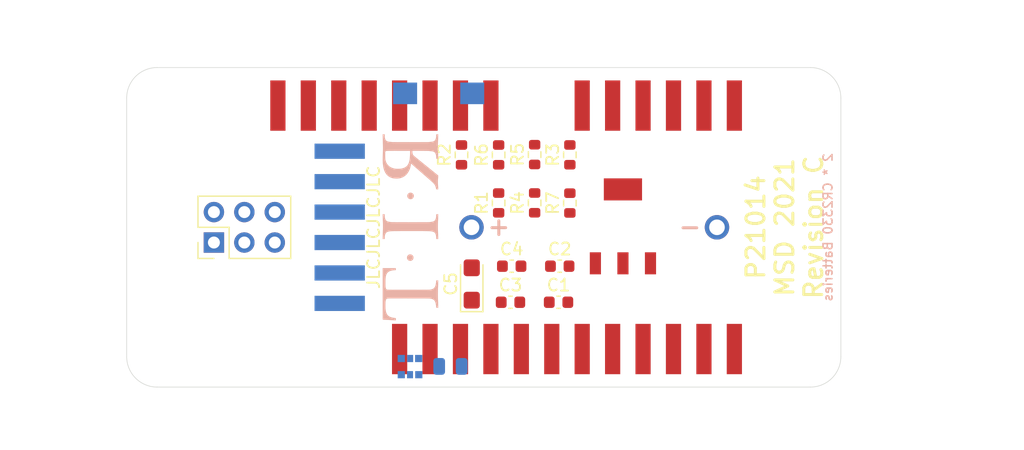
<source format=kicad_pcb>
(kicad_pcb (version 20171130) (host pcbnew "(5.1.9)-1")

  (general
    (thickness 1.6)
    (drawings 24)
    (tracks 0)
    (zones 0)
    (modules 29)
    (nets 34)
  )

  (page A4)
  (layers
    (0 F.Cu signal)
    (31 B.Cu signal)
    (32 B.Adhes user)
    (33 F.Adhes user)
    (34 B.Paste user)
    (35 F.Paste user)
    (36 B.SilkS user)
    (37 F.SilkS user)
    (38 B.Mask user)
    (39 F.Mask user)
    (40 Dwgs.User user)
    (41 Cmts.User user)
    (42 Eco1.User user)
    (43 Eco2.User user)
    (44 Edge.Cuts user)
    (45 Margin user)
    (46 B.CrtYd user)
    (47 F.CrtYd user)
    (48 B.Fab user)
    (49 F.Fab user)
  )

  (setup
    (last_trace_width 0.25)
    (trace_clearance 0.2)
    (zone_clearance 0.508)
    (zone_45_only no)
    (trace_min 0.2)
    (via_size 0.8)
    (via_drill 0.4)
    (via_min_size 0.4)
    (via_min_drill 0.3)
    (uvia_size 0.3)
    (uvia_drill 0.1)
    (uvias_allowed no)
    (uvia_min_size 0.2)
    (uvia_min_drill 0.1)
    (edge_width 0.05)
    (segment_width 0.2)
    (pcb_text_width 0.3)
    (pcb_text_size 1.5 1.5)
    (mod_edge_width 0.12)
    (mod_text_size 1 1)
    (mod_text_width 0.15)
    (pad_size 1.524 1.524)
    (pad_drill 0.762)
    (pad_to_mask_clearance 0)
    (aux_axis_origin 0 0)
    (visible_elements 7FFFF7FF)
    (pcbplotparams
      (layerselection 0x010fc_ffffffff)
      (usegerberextensions false)
      (usegerberattributes true)
      (usegerberadvancedattributes true)
      (creategerberjobfile true)
      (excludeedgelayer true)
      (linewidth 0.100000)
      (plotframeref false)
      (viasonmask false)
      (mode 1)
      (useauxorigin false)
      (hpglpennumber 1)
      (hpglpenspeed 20)
      (hpglpendiameter 15.000000)
      (psnegative false)
      (psa4output false)
      (plotreference true)
      (plotvalue true)
      (plotinvisibletext false)
      (padsonsilk false)
      (subtractmaskfromsilk false)
      (outputformat 1)
      (mirror false)
      (drillshape 0)
      (scaleselection 1)
      (outputdirectory "../##Gerber/RevB/"))
  )

  (net 0 "")
  (net 1 GNDREF)
  (net 2 "Net-(BT1-Pad1)")
  (net 3 +BATT)
  (net 4 +5V)
  (net 5 "Net-(C3-Pad1)")
  (net 6 "Net-(D1-Pad1)")
  (net 7 "Net-(D1-Pad3)")
  (net 8 "Net-(D1-Pad2)")
  (net 9 "Net-(D2-Pad2)")
  (net 10 /SCL)
  (net 11 /RST)
  (net 12 /SDA)
  (net 13 /IMU_A/3v)
  (net 14 "Net-(J3-Pad1)")
  (net 15 "Net-(J3-Pad2)")
  (net 16 "Net-(J3-Pad3)")
  (net 17 "Net-(J3-Pad4)")
  (net 18 "Net-(J3-Pad5)")
  (net 19 "Net-(J3-Pad6)")
  (net 20 "Net-(J4-Pad2)")
  (net 21 "Net-(J4-Pad3)")
  (net 22 "Net-(J4-Pad5)")
  (net 23 "Net-(J4-Pad8)")
  (net 24 "Net-(J4-Pad7)")
  (net 25 "Net-(J5-Pad4)")
  (net 26 "Net-(J5-Pad3)")
  (net 27 "Net-(J5-Pad6)")
  (net 28 /Feather_Board/GREEN)
  (net 29 "Net-(J5-Pad10)")
  (net 30 /Feather_Board/RED)
  (net 31 /Feather_Board/BLUE)
  (net 32 "Net-(J6-Pad4)")
  (net 33 "Net-(J6-Pad5)")

  (net_class Default "This is the default net class."
    (clearance 0.2)
    (trace_width 0.25)
    (via_dia 0.8)
    (via_drill 0.4)
    (uvia_dia 0.3)
    (uvia_drill 0.1)
    (add_net +5V)
    (add_net +BATT)
    (add_net /Feather_Board/BLUE)
    (add_net /Feather_Board/GREEN)
    (add_net /Feather_Board/RED)
    (add_net /IMU_A/3v)
    (add_net /RST)
    (add_net /SCL)
    (add_net /SDA)
    (add_net GNDREF)
    (add_net "Net-(BT1-Pad1)")
    (add_net "Net-(C3-Pad1)")
    (add_net "Net-(D1-Pad1)")
    (add_net "Net-(D1-Pad2)")
    (add_net "Net-(D1-Pad3)")
    (add_net "Net-(D2-Pad2)")
    (add_net "Net-(J3-Pad1)")
    (add_net "Net-(J3-Pad2)")
    (add_net "Net-(J3-Pad3)")
    (add_net "Net-(J3-Pad4)")
    (add_net "Net-(J3-Pad5)")
    (add_net "Net-(J3-Pad6)")
    (add_net "Net-(J4-Pad2)")
    (add_net "Net-(J4-Pad3)")
    (add_net "Net-(J4-Pad5)")
    (add_net "Net-(J4-Pad7)")
    (add_net "Net-(J4-Pad8)")
    (add_net "Net-(J5-Pad10)")
    (add_net "Net-(J5-Pad3)")
    (add_net "Net-(J5-Pad4)")
    (add_net "Net-(J5-Pad6)")
    (add_net "Net-(J6-Pad4)")
    (add_net "Net-(J6-Pad5)")
  )

  (module 0_MSD_FPs:LED_0805_2012Metric (layer B.Cu) (tedit 6151284F) (tstamp 615A54C4)
    (at 194.24 71.77)
    (descr "LED SMD 0805 (2012 Metric), square (rectangular) end terminal, IPC_7351 nominal, (Body size source: https://docs.google.com/spreadsheets/d/1BsfQQcO9C6DZCsRaXUlFlo91Tg2WpOkGARC1WS5S8t0/edit?usp=sharing), generated with kicad-footprint-generator")
    (tags LED)
    (path /614C1039)
    (attr smd)
    (fp_text reference D2 (at 0 2.65) (layer Cmts.User)
      (effects (font (size 1 1) (thickness 0.15)))
    )
    (fp_text value LED (at 0 -2.65) (layer B.Fab)
      (effects (font (size 1 1) (thickness 0.15)) (justify mirror))
    )
    (fp_line (start 1.68 -0.95) (end -1.68 -0.95) (layer B.CrtYd) (width 0.05))
    (fp_line (start 1.68 0.95) (end 1.68 -0.95) (layer B.CrtYd) (width 0.05))
    (fp_line (start -1.68 0.95) (end 1.68 0.95) (layer B.CrtYd) (width 0.05))
    (fp_line (start -1.68 -0.95) (end -1.68 0.95) (layer B.CrtYd) (width 0.05))
    (fp_line (start 1 -0.6) (end 1 0.6) (layer B.Fab) (width 0.1))
    (fp_line (start -1 -0.6) (end 1 -0.6) (layer B.Fab) (width 0.1))
    (fp_line (start -1 0.3) (end -1 -0.6) (layer B.Fab) (width 0.1))
    (fp_line (start -0.7 0.6) (end -1 0.3) (layer B.Fab) (width 0.1))
    (fp_line (start 1 0.6) (end -0.7 0.6) (layer B.Fab) (width 0.1))
    (fp_text user %R (at 0 0) (layer B.Fab)
      (effects (font (size 1 1) (thickness 0.15)) (justify mirror))
    )
    (pad 2 smd roundrect (at 0.9375 0) (size 0.975 1.4) (layers B.Cu B.Paste B.Mask) (roundrect_rratio 0.25)
      (net 9 "Net-(D2-Pad2)"))
    (pad 1 smd roundrect (at -0.9375 0) (size 0.975 1.4) (layers B.Cu B.Paste B.Mask) (roundrect_rratio 0.25)
      (net 1 GNDREF))
    (model ${KISYS3DMOD}/LED_SMD.3dshapes/LED_0805_2012Metric.wrl
      (at (xyz 0 0 0))
      (scale (xyz 1 1 1))
      (rotate (xyz 0 0 0))
    )
  )

  (module MountingHole:MountingHole_2.5mm (layer F.Cu) (tedit 56D1B4CB) (tstamp 615A5492)
    (at 169.76 70.955)
    (descr "Mounting Hole 2.5mm, no annular")
    (tags "mounting hole 2.5mm no annular")
    (attr virtual)
    (fp_text reference MH5 (at 0 -3.5) (layer Cmts.User)
      (effects (font (size 1 1) (thickness 0.15)))
    )
    (fp_text value MountingHole_2.5mm (at -3.88 6.96) (layer F.Fab)
      (effects (font (size 1 1) (thickness 0.15)))
    )
    (fp_circle (center 0 0) (end 2.75 0) (layer F.CrtYd) (width 0.05))
    (fp_circle (center 0 0) (end 2.5 0) (layer Cmts.User) (width 0.15))
    (fp_text user %R (at 0.3 0) (layer F.Fab)
      (effects (font (size 1 1) (thickness 0.15)))
    )
    (pad 1 np_thru_hole circle (at 0 0) (size 2.5 2.5) (drill 2.5) (layers *.Cu *.Mask))
  )

  (module MountingHole:MountingHole_2.5mm (layer F.Cu) (tedit 56D1B4CB) (tstamp 615A59C6)
    (at 169.76 49.365)
    (descr "Mounting Hole 2.5mm, no annular")
    (tags "mounting hole 2.5mm no annular")
    (attr virtual)
    (fp_text reference MH6 (at 0 -3.5) (layer Cmts.User)
      (effects (font (size 1 1) (thickness 0.15)))
    )
    (fp_text value MountingHole_2.5mm (at -0.96 -7.33) (layer F.Fab)
      (effects (font (size 1 1) (thickness 0.15)))
    )
    (fp_circle (center 0 0) (end 2.75 0) (layer F.CrtYd) (width 0.05))
    (fp_circle (center 0 0) (end 2.5 0) (layer Cmts.User) (width 0.15))
    (fp_text user %R (at 0.3 0) (layer F.Fab)
      (effects (font (size 1 1) (thickness 0.15)))
    )
    (pad 1 np_thru_hole circle (at 0 0) (size 2.5 2.5) (drill 2.5) (layers *.Cu *.Mask))
  )

  (module MountingHole:MountingHole_2.5mm (layer F.Cu) (tedit 56D1B4CB) (tstamp 615A547D)
    (at 224.29 69.05)
    (descr "Mounting Hole 2.5mm, no annular")
    (tags "mounting hole 2.5mm no annular")
    (attr virtual)
    (fp_text reference MH4 (at 0 -3.5) (layer Cmts.User)
      (effects (font (size 1 1) (thickness 0.15)))
    )
    (fp_text value MountingHole_2.5mm (at 1.01 6.36) (layer F.Fab)
      (effects (font (size 1 1) (thickness 0.15)))
    )
    (fp_circle (center 0 0) (end 2.75 0) (layer F.CrtYd) (width 0.05))
    (fp_circle (center 0 0) (end 2.5 0) (layer Cmts.User) (width 0.15))
    (fp_text user %R (at 0.3 0) (layer F.Fab)
      (effects (font (size 1 1) (thickness 0.15)))
    )
    (pad 1 np_thru_hole circle (at 0 0) (size 2.5 2.5) (drill 2.5) (layers *.Cu *.Mask))
  )

  (module MountingHole:MountingHole_2.5mm (layer F.Cu) (tedit 56D1B4CB) (tstamp 615A5372)
    (at 176.03 69.05)
    (descr "Mounting Hole 2.5mm, no annular")
    (tags "mounting hole 2.5mm no annular")
    (attr virtual)
    (fp_text reference MH3 (at 0 -3.5) (layer Cmts.User)
      (effects (font (size 1 1) (thickness 0.15)))
    )
    (fp_text value MountingHole_2.5mm (at -3.14 5.85) (layer F.Fab)
      (effects (font (size 1 1) (thickness 0.15)))
    )
    (fp_circle (center 0 0) (end 2.75 0) (layer F.CrtYd) (width 0.05))
    (fp_circle (center 0 0) (end 2.5 0) (layer Cmts.User) (width 0.15))
    (fp_text user %R (at 0.3 0) (layer F.Fab)
      (effects (font (size 1 1) (thickness 0.15)))
    )
    (pad 1 np_thru_hole circle (at 0 0) (size 2.5 2.5) (drill 2.5) (layers *.Cu *.Mask))
  )

  (module MountingHole:MountingHole_2.5mm (layer F.Cu) (tedit 56D1B4CB) (tstamp 615A5468)
    (at 224.29 51.27)
    (descr "Mounting Hole 2.5mm, no annular")
    (tags "mounting hole 2.5mm no annular")
    (attr virtual)
    (fp_text reference MH2 (at 0 -3.5) (layer Cmts.User)
      (effects (font (size 1 1) (thickness 0.15)))
    )
    (fp_text value MountingHole_2.5mm (at -1.06 -6.58) (layer F.Fab)
      (effects (font (size 1 1) (thickness 0.15)))
    )
    (fp_circle (center 0 0) (end 2.75 0) (layer F.CrtYd) (width 0.05))
    (fp_circle (center 0 0) (end 2.5 0) (layer Cmts.User) (width 0.15))
    (fp_text user %R (at 0.3 0) (layer F.Fab)
      (effects (font (size 1 1) (thickness 0.15)))
    )
    (pad 1 np_thru_hole circle (at 0 0) (size 2.5 2.5) (drill 2.5) (layers *.Cu *.Mask))
  )

  (module MountingHole:MountingHole_2.5mm (layer F.Cu) (tedit 56D1B4CB) (tstamp 615A535D)
    (at 176.03 51.27)
    (descr "Mounting Hole 2.5mm, no annular")
    (tags "mounting hole 2.5mm no annular")
    (attr virtual)
    (fp_text reference MH1 (at 0 -3.5) (layer Cmts.User)
      (effects (font (size 1 1) (thickness 0.15)))
    )
    (fp_text value MountingHole_2.5mm (at -0.64 -6.51) (layer F.Fab)
      (effects (font (size 1 1) (thickness 0.15)))
    )
    (fp_circle (center 0 0) (end 2.75 0) (layer F.CrtYd) (width 0.05))
    (fp_circle (center 0 0) (end 2.5 0) (layer Cmts.User) (width 0.15))
    (fp_text user %R (at 0.3 0) (layer F.Fab)
      (effects (font (size 1 1) (thickness 0.15)))
    )
    (pad 1 np_thru_hole circle (at 0 0) (size 2.5 2.5) (drill 2.5) (layers *.Cu *.Mask))
  )

  (module 0_MSD_FPs:AJS-Coin-Cell_1027-Digikey (layer B.Cu) (tedit 6151220B) (tstamp 615A544B)
    (at 196 60.16)
    (path /6149E215)
    (fp_text reference BT1 (at 11.74 1.99) (layer Cmts.User)
      (effects (font (size 1 1) (thickness 0.15)))
    )
    (fp_text value Battery_Cell (at 3.16 2.29) (layer Cmts.User)
      (effects (font (size 1 1) (thickness 0.15)))
    )
    (fp_line (start -6 -14) (end -6 14) (layer B.CrtYd) (width 0.12))
    (fp_line (start 26.5 -14) (end -6 -14) (layer B.CrtYd) (width 0.12))
    (fp_line (start 26.5 14) (end 26.5 -14) (layer B.CrtYd) (width 0.12))
    (fp_line (start -6 14) (end 26.5 14) (layer B.CrtYd) (width 0.12))
    (fp_text user - (at 18.23 -0.07) (layer B.SilkS)
      (effects (font (size 1.5 1.5) (thickness 0.25)) (justify mirror))
    )
    (fp_text user + (at 2.28 -0.08) (layer B.SilkS)
      (effects (font (size 1.5 1.5) (thickness 0.25)) (justify mirror))
    )
    (pad 2 thru_hole circle (at 20.49 0) (size 2.04 2.04) (drill 1.3) (layers *.Cu *.Mask)
      (net 1 GNDREF))
    (pad 1 thru_hole circle (at 0 0) (size 2.04 2.04) (drill 1.3) (layers *.Cu *.Mask)
      (net 2 "Net-(BT1-Pad1)"))
    (model C:/Users/Adam/Documents/#Code/Basketball_Shot_Trainer/Board/#Parts/keystone-PN1027.STEP
      (offset (xyz 15 0 2.5))
      (scale (xyz 1 1 1))
      (rotate (xyz -90 0 90))
    )
  )

  (module 0_MSD_FPs:RIT_Logo (layer B.Cu) (tedit 0) (tstamp 615193D2)
    (at 190.9 60.16 270)
    (fp_text reference G55 (at 0 0 270) (layer B.SilkS) hide
      (effects (font (size 1.524 1.524) (thickness 0.3)) (justify mirror))
    )
    (fp_text value LOGO (at 0.41 0.16 270) (layer B.SilkS) hide
      (effects (font (size 1.524 1.524) (thickness 0.3)) (justify mirror))
    )
    (fp_poly (pts (xy 2.56208 0.280795) (xy 2.585024 0.279281) (xy 2.603573 0.27556) (xy 2.622301 0.268657)
      (xy 2.645784 0.257596) (xy 2.649952 0.255542) (xy 2.699786 0.22416) (xy 2.739648 0.185289)
      (xy 2.769555 0.140591) (xy 2.789526 0.091725) (xy 2.799578 0.040351) (xy 2.79973 -0.01187)
      (xy 2.79 -0.063277) (xy 2.770405 -0.112211) (xy 2.740964 -0.157012) (xy 2.701695 -0.196019)
      (xy 2.652615 -0.227571) (xy 2.64465 -0.231445) (xy 2.601559 -0.246331) (xy 2.552951 -0.254578)
      (xy 2.504169 -0.255697) (xy 2.460555 -0.249198) (xy 2.458241 -0.248561) (xy 2.40485 -0.226555)
      (xy 2.356606 -0.193003) (xy 2.315434 -0.149518) (xy 2.287037 -0.105187) (xy 2.277764 -0.086696)
      (xy 2.271652 -0.071134) (xy 2.268046 -0.054854) (xy 2.266287 -0.034207) (xy 2.265721 -0.005542)
      (xy 2.26568 0.013546) (xy 2.265914 0.047996) (xy 2.267036 0.072569) (xy 2.269679 0.090937)
      (xy 2.274473 0.106768) (xy 2.28205 0.12373) (xy 2.286 0.131653) (xy 2.318933 0.182421)
      (xy 2.361577 0.22495) (xy 2.411896 0.257246) (xy 2.416215 0.259339) (xy 2.43882 0.269492)
      (xy 2.457572 0.275883) (xy 2.476979 0.27937) (xy 2.50155 0.280813) (xy 2.530167 0.281076)
      (xy 2.56208 0.280795)) (layer B.SilkS) (width 0.01))
    (fp_poly (pts (xy -2.588007 0.25367) (xy -2.564049 0.252168) (xy -2.54518 0.24873) (xy -2.527173 0.242589)
      (xy -2.506114 0.233126) (xy -2.455406 0.201731) (xy -2.412526 0.159805) (xy -2.378863 0.108735)
      (xy -2.376064 0.103194) (xy -2.365941 0.08172) (xy -2.359457 0.064133) (xy -2.35582 0.046249)
      (xy -2.354233 0.023884) (xy -2.353903 -0.007146) (xy -2.353914 -0.013428) (xy -2.354364 -0.047067)
      (xy -2.35598 -0.071216) (xy -2.35946 -0.089925) (xy -2.365501 -0.107241) (xy -2.372847 -0.123222)
      (xy -2.405013 -0.175177) (xy -2.445847 -0.21799) (xy -2.493826 -0.250607) (xy -2.547426 -0.271978)
      (xy -2.60096 -0.280834) (xy -2.6307 -0.281512) (xy -2.659474 -0.280372) (xy -2.680668 -0.277724)
      (xy -2.71815 -0.26536) (xy -2.757889 -0.245024) (xy -2.794445 -0.219889) (xy -2.819133 -0.19692)
      (xy -2.853867 -0.148401) (xy -2.877282 -0.094858) (xy -2.889149 -0.03838) (xy -2.889236 0.018941)
      (xy -2.87731 0.075018) (xy -2.854765 0.125028) (xy -2.829307 0.159433) (xy -2.795241 0.192916)
      (xy -2.757133 0.221387) (xy -2.731131 0.235847) (xy -2.7116 0.244282) (xy -2.693806 0.249636)
      (xy -2.673654 0.252586) (xy -2.647045 0.253809) (xy -2.62128 0.254) (xy -2.588007 0.25367)) (layer B.SilkS) (width 0.01))
    (fp_poly (pts (xy 5.7566 2.309704) (xy 5.945957 2.309695) (xy 6.122643 2.309677) (xy 6.287094 2.309648)
      (xy 6.439749 2.309604) (xy 6.581044 2.309545) (xy 6.711417 2.309467) (xy 6.831305 2.309368)
      (xy 6.941146 2.309246) (xy 7.041378 2.309097) (xy 7.132438 2.308921) (xy 7.214763 2.308713)
      (xy 7.28879 2.308473) (xy 7.354958 2.308197) (xy 7.413703 2.307883) (xy 7.465464 2.307529)
      (xy 7.510677 2.307132) (xy 7.549779 2.306689) (xy 7.58321 2.3062) (xy 7.611405 2.30566)
      (xy 7.634802 2.305068) (xy 7.653839 2.304421) (xy 7.668954 2.303716) (xy 7.680583 2.302952)
      (xy 7.689164 2.302126) (xy 7.695134 2.301236) (xy 7.698932 2.300278) (xy 7.700994 2.299251)
      (xy 7.701758 2.298153) (xy 7.701798 2.297853) (xy 7.703354 2.281312) (xy 7.704213 2.27584)
      (xy 7.705196 2.265694) (xy 7.706606 2.244732) (xy 7.70828 2.21567) (xy 7.710054 2.181227)
      (xy 7.710712 2.167466) (xy 7.712641 2.128268) (xy 7.714679 2.090099) (xy 7.716611 2.056846)
      (xy 7.718217 2.032395) (xy 7.718502 2.028613) (xy 7.719609 2.012432) (xy 7.721334 1.984567)
      (xy 7.723569 1.946863) (xy 7.726208 1.901165) (xy 7.729145 1.849315) (xy 7.732273 1.793158)
      (xy 7.735147 1.740746) (xy 7.738348 1.682481) (xy 7.74145 1.627031) (xy 7.744348 1.57621)
      (xy 7.746936 1.531832) (xy 7.749108 1.49571) (xy 7.750759 1.469658) (xy 7.751715 1.456266)
      (xy 7.753171 1.435737) (xy 7.755 1.405358) (xy 7.756993 1.368816) (xy 7.758942 1.329797)
      (xy 7.759444 1.319106) (xy 7.764062 1.2192) (xy 7.57463 1.2192) (xy 7.570209 1.281853)
      (xy 7.567828 1.312764) (xy 7.56528 1.341305) (xy 7.562995 1.362802) (xy 7.562276 1.368213)
      (xy 7.544604 1.470945) (xy 7.523565 1.561809) (xy 7.498623 1.642188) (xy 7.469245 1.713462)
      (xy 7.434893 1.777012) (xy 7.395034 1.834218) (xy 7.370158 1.863942) (xy 7.314391 1.916607)
      (xy 7.247201 1.962316) (xy 7.16885 2.000969) (xy 7.079599 2.032464) (xy 6.979711 2.056698)
      (xy 6.869446 2.073571) (xy 6.81736 2.078665) (xy 6.793767 2.079992) (xy 6.758618 2.08114)
      (xy 6.713902 2.082083) (xy 6.661607 2.082794) (xy 6.603722 2.083247) (xy 6.542238 2.083417)
      (xy 6.479142 2.083277) (xy 6.468533 2.083221) (xy 6.399082 2.082777) (xy 6.341646 2.082263)
      (xy 6.294691 2.081608) (xy 6.256685 2.080741) (xy 6.226096 2.07959) (xy 6.201391 2.078086)
      (xy 6.181039 2.076157) (xy 6.163505 2.073731) (xy 6.147259 2.070739) (xy 6.133253 2.067682)
      (xy 6.082631 2.054486) (xy 6.042718 2.040174) (xy 6.01068 2.023507) (xy 5.98368 2.003249)
      (xy 5.981793 2.001563) (xy 5.976789 1.997502) (xy 5.972136 1.994362) (xy 5.967822 1.991659)
      (xy 5.963834 1.98891) (xy 5.960161 1.985632) (xy 5.956789 1.981341) (xy 5.953707 1.975553)
      (xy 5.950903 1.967785) (xy 5.948365 1.957553) (xy 5.94608 1.944374) (xy 5.944036 1.927764)
      (xy 5.942221 1.90724) (xy 5.940623 1.882319) (xy 5.939229 1.852516) (xy 5.938028 1.817348)
      (xy 5.937007 1.776333) (xy 5.936154 1.728985) (xy 5.935457 1.674822) (xy 5.934903 1.613361)
      (xy 5.934481 1.544116) (xy 5.934179 1.466607) (xy 5.933983 1.380347) (xy 5.933882 1.284855)
      (xy 5.933864 1.179647) (xy 5.933916 1.064238) (xy 5.934027 0.938146) (xy 5.934184 0.800888)
      (xy 5.934375 0.651978) (xy 5.934587 0.490935) (xy 5.93481 0.317274) (xy 5.935012 0.145626)
      (xy 5.935221 -0.037984) (xy 5.935423 -0.208547) (xy 5.935623 -0.366565) (xy 5.935824 -0.512536)
      (xy 5.936031 -0.646961) (xy 5.936247 -0.770341) (xy 5.936476 -0.883175) (xy 5.936723 -0.985964)
      (xy 5.936991 -1.079208) (xy 5.937284 -1.163406) (xy 5.937606 -1.23906) (xy 5.937961 -1.30667)
      (xy 5.938354 -1.366735) (xy 5.938787 -1.419755) (xy 5.939264 -1.466232) (xy 5.939791 -1.506665)
      (xy 5.94037 -1.541555) (xy 5.941006 -1.571401) (xy 5.941703 -1.596703) (xy 5.942464 -1.617963)
      (xy 5.943293 -1.63568) (xy 5.944195 -1.650354) (xy 5.945173 -1.662486) (xy 5.946231 -1.672575)
      (xy 5.947374 -1.681123) (xy 5.948605 -1.688628) (xy 5.949482 -1.693334) (xy 5.968629 -1.775041)
      (xy 5.992473 -1.84512) (xy 6.021822 -1.904919) (xy 6.057485 -1.955786) (xy 6.100269 -1.999071)
      (xy 6.150983 -2.03612) (xy 6.157254 -2.039978) (xy 6.216256 -2.069844) (xy 6.287584 -2.09569)
      (xy 6.370585 -2.117369) (xy 6.464605 -2.134737) (xy 6.568989 -2.147649) (xy 6.678507 -2.155725)
      (xy 6.708987 -2.157307) (xy 6.710903 -2.237878) (xy 6.71282 -2.318449) (xy 6.48061 -2.313912)
      (xy 6.422039 -2.312716) (xy 6.364494 -2.311447) (xy 6.310224 -2.310161) (xy 6.261477 -2.308914)
      (xy 6.220501 -2.307764) (xy 6.189545 -2.306765) (xy 6.17728 -2.306288) (xy 6.000913 -2.299764)
      (xy 5.824412 -2.295567) (xy 5.645381 -2.293695) (xy 5.461423 -2.294147) (xy 5.270141 -2.296921)
      (xy 5.069139 -2.302015) (xy 4.961467 -2.305529) (xy 4.923441 -2.306761) (xy 4.875015 -2.308182)
      (xy 4.819336 -2.309709) (xy 4.759548 -2.311257) (xy 4.698795 -2.312744) (xy 4.641427 -2.314058)
      (xy 4.436533 -2.318566) (xy 4.436533 -2.15392) (xy 4.482253 -2.153437) (xy 4.510816 -2.15275)
      (xy 4.538286 -2.15146) (xy 4.555067 -2.150179) (xy 4.651579 -2.138884) (xy 4.735917 -2.125832)
      (xy 4.809383 -2.110608) (xy 4.873283 -2.092797) (xy 4.92892 -2.071984) (xy 4.977601 -2.047754)
      (xy 5.020628 -2.019692) (xy 5.055294 -1.991095) (xy 5.093891 -1.950633) (xy 5.126157 -1.904981)
      (xy 5.152577 -1.852793) (xy 5.173634 -1.792724) (xy 5.189812 -1.723425) (xy 5.201596 -1.643552)
      (xy 5.208635 -1.56464) (xy 5.209351 -1.547137) (xy 5.210033 -1.516459) (xy 5.21068 -1.472977)
      (xy 5.211291 -1.417064) (xy 5.211865 -1.34909) (xy 5.2124 -1.269427) (xy 5.212895 -1.178447)
      (xy 5.213348 -1.076521) (xy 5.213759 -0.964021) (xy 5.214124 -0.841318) (xy 5.214444 -0.708785)
      (xy 5.214717 -0.566792) (xy 5.214942 -0.415711) (xy 5.215116 -0.255913) (xy 5.215239 -0.087771)
      (xy 5.215309 0.088344) (xy 5.215326 0.220775) (xy 5.215337 0.401885) (xy 5.215353 0.569946)
      (xy 5.215364 0.725457) (xy 5.21536 0.868915) (xy 5.21533 1.00082) (xy 5.215264 1.121669)
      (xy 5.21515 1.23196) (xy 5.214979 1.332192) (xy 5.21474 1.422862) (xy 5.214422 1.50447)
      (xy 5.214014 1.577512) (xy 5.213507 1.642488) (xy 5.21289 1.699896) (xy 5.212151 1.750233)
      (xy 5.211281 1.793997) (xy 5.210268 1.831688) (xy 5.209103 1.863803) (xy 5.207774 1.89084)
      (xy 5.206272 1.913298) (xy 5.204585 1.931674) (xy 5.202703 1.946467) (xy 5.200616 1.958175)
      (xy 5.198312 1.967297) (xy 5.195782 1.974329) (xy 5.193014 1.979772) (xy 5.189999 1.984122)
      (xy 5.186725 1.987877) (xy 5.183182 1.991537) (xy 5.17936 1.9956) (xy 5.177628 1.997593)
      (xy 5.155369 2.016966) (xy 5.122767 2.035975) (xy 5.082979 2.05313) (xy 5.039161 2.066938)
      (xy 5.022427 2.070929) (xy 5.008425 2.073667) (xy 4.993035 2.075951) (xy 4.974955 2.077819)
      (xy 4.952882 2.079311) (xy 4.925512 2.080465) (xy 4.891543 2.081322) (xy 4.849673 2.08192)
      (xy 4.798598 2.082298) (xy 4.737016 2.082496) (xy 4.663624 2.082553) (xy 4.636347 2.082548)
      (xy 4.549412 2.082402) (xy 4.474492 2.081985) (xy 4.410059 2.081217) (xy 4.354581 2.08002)
      (xy 4.30653 2.078313) (xy 4.264375 2.076018) (xy 4.226586 2.073055) (xy 4.191635 2.069347)
      (xy 4.15799 2.064813) (xy 4.124123 2.059375) (xy 4.098 2.054719) (xy 4.006328 2.032957)
      (xy 3.925227 2.003207) (xy 3.854064 1.965097) (xy 3.792207 1.918254) (xy 3.739022 1.862306)
      (xy 3.71411 1.8288) (xy 3.68124 1.773578) (xy 3.652863 1.710347) (xy 3.628745 1.638203)
      (xy 3.608653 1.556238) (xy 3.592355 1.463549) (xy 3.579618 1.35923) (xy 3.572672 1.278466)
      (xy 3.56833 1.2192) (xy 3.406987 1.2192) (xy 3.406987 2.309706) (xy 5.554133 2.309706)
      (xy 5.7566 2.309704)) (layer B.SilkS) (width 0.01))
    (fp_poly (pts (xy 0.97536 2.147146) (xy 0.889 2.147127) (xy 0.787702 2.143713) (xy 0.697803 2.133383)
      (xy 0.618936 2.115942) (xy 0.550736 2.091189) (xy 0.492837 2.058927) (xy 0.444871 2.018957)
      (xy 0.406475 1.971081) (xy 0.37728 1.915101) (xy 0.359196 1.860099) (xy 0.34646 1.801172)
      (xy 0.335233 1.730494) (xy 0.325724 1.649797) (xy 0.318141 1.560812) (xy 0.313367 1.479973)
      (xy 0.31286 1.462578) (xy 0.312366 1.432329) (xy 0.311888 1.389919) (xy 0.311429 1.336042)
      (xy 0.31099 1.271389) (xy 0.310574 1.196654) (xy 0.310183 1.112529) (xy 0.30982 1.019708)
      (xy 0.309488 0.918884) (xy 0.309187 0.810749) (xy 0.308922 0.695996) (xy 0.308693 0.575318)
      (xy 0.308504 0.449408) (xy 0.308357 0.318959) (xy 0.308254 0.184664) (xy 0.308197 0.047215)
      (xy 0.308187 -0.044027) (xy 0.30819 -0.212706) (xy 0.308208 -0.368436) (xy 0.308252 -0.511814)
      (xy 0.308331 -0.643436) (xy 0.308456 -0.7639) (xy 0.308639 -0.873804) (xy 0.308889 -0.973743)
      (xy 0.309217 -1.064315) (xy 0.309635 -1.146118) (xy 0.310152 -1.219749) (xy 0.31078 -1.285804)
      (xy 0.311529 -1.344881) (xy 0.312409 -1.397577) (xy 0.313431 -1.444489) (xy 0.314607 -1.486214)
      (xy 0.315946 -1.52335) (xy 0.317459 -1.556493) (xy 0.319157 -1.58624) (xy 0.321051 -1.61319)
      (xy 0.323151 -1.637938) (xy 0.325467 -1.661082) (xy 0.328011 -1.683219) (xy 0.330794 -1.704947)
      (xy 0.333825 -1.726862) (xy 0.337115 -1.749562) (xy 0.338813 -1.761067) (xy 0.349884 -1.826482)
      (xy 0.362445 -1.880592) (xy 0.377395 -1.925628) (xy 0.395633 -1.963819) (xy 0.418059 -1.997395)
      (xy 0.445572 -2.028585) (xy 0.447496 -2.030521) (xy 0.484036 -2.062147) (xy 0.525814 -2.088576)
      (xy 0.574115 -2.110183) (xy 0.63022 -2.127342) (xy 0.695414 -2.140428) (xy 0.770981 -2.149816)
      (xy 0.858204 -2.155879) (xy 0.880533 -2.156863) (xy 0.914128 -2.158202) (xy 0.942428 -2.159334)
      (xy 0.962907 -2.160157) (xy 0.973038 -2.16057) (xy 0.973667 -2.160598) (xy 0.974333 -2.166965)
      (xy 0.974876 -2.1842) (xy 0.975238 -2.209625) (xy 0.97536 -2.238587) (xy 0.97536 -2.31648)
      (xy 0.914033 -2.31648) (xy 0.895585 -2.316271) (xy 0.865109 -2.315673) (xy 0.824118 -2.314728)
      (xy 0.774124 -2.31348) (xy 0.716639 -2.311973) (xy 0.653176 -2.310248) (xy 0.585247 -2.308349)
      (xy 0.514365 -2.306319) (xy 0.442041 -2.304202) (xy 0.369788 -2.302039) (xy 0.299118 -2.299875)
      (xy 0.231544 -2.297753) (xy 0.168578 -2.295715) (xy 0.111732 -2.293804) (xy 0.08441 -2.292851)
      (xy 0.051754 -2.292179) (xy 0.007424 -2.291993) (xy -0.046719 -2.292258) (xy -0.108813 -2.292938)
      (xy -0.176995 -2.293998) (xy -0.249403 -2.295402) (xy -0.324175 -2.297114) (xy -0.39945 -2.299098)
      (xy -0.473364 -2.301319) (xy -0.544057 -2.303741) (xy -0.602827 -2.306039) (xy -0.630183 -2.307045)
      (xy -0.668486 -2.308258) (xy -0.71514 -2.309605) (xy -0.767546 -2.311014) (xy -0.823109 -2.312413)
      (xy -0.879231 -2.313731) (xy -0.885613 -2.313874) (xy -1.090507 -2.318452) (xy -1.090507 -2.162681)
      (xy -1.038685 -2.158301) (xy -1.004396 -2.156002) (xy -0.966994 -2.154401) (xy -0.938778 -2.15388)
      (xy -0.884729 -2.151125) (xy -0.825016 -2.143595) (xy -0.765559 -2.13227) (xy -0.712279 -2.118131)
      (xy -0.701581 -2.114605) (xy -0.635629 -2.085834) (xy -0.580247 -2.048613) (xy -0.535385 -2.002897)
      (xy -0.500989 -1.948642) (xy -0.496704 -1.939709) (xy -0.482228 -1.900662) (xy -0.468859 -1.849115)
      (xy -0.456759 -1.78608) (xy -0.446086 -1.712569) (xy -0.437 -1.629596) (xy -0.429662 -1.538173)
      (xy -0.4273 -1.500294) (xy -0.426735 -1.483613) (xy -0.42621 -1.454411) (xy -0.425726 -1.413452)
      (xy -0.425282 -1.361498) (xy -0.424877 -1.29931) (xy -0.42451 -1.227653) (xy -0.424183 -1.147286)
      (xy -0.423893 -1.058975) (xy -0.423641 -0.96348) (xy -0.423426 -0.861564) (xy -0.423248 -0.753989)
      (xy -0.423106 -0.641519) (xy -0.423 -0.524915) (xy -0.42293 -0.40494) (xy -0.422894 -0.282356)
      (xy -0.422894 -0.157926) (xy -0.422927 -0.032412) (xy -0.422995 0.093424) (xy -0.423095 0.218819)
      (xy -0.423229 0.34301) (xy -0.423395 0.465236) (xy -0.423593 0.584733) (xy -0.423823 0.70074)
      (xy -0.424084 0.812493) (xy -0.424376 0.919232) (xy -0.424698 1.020192) (xy -0.42505 1.114612)
      (xy -0.425431 1.201729) (xy -0.425842 1.280781) (xy -0.426281 1.351006) (xy -0.426749 1.411641)
      (xy -0.427244 1.461923) (xy -0.427767 1.50109) (xy -0.428317 1.52838) (xy -0.428893 1.54303)
      (xy -0.429005 1.54432) (xy -0.431805 1.570851) (xy -0.435357 1.605247) (xy -0.439085 1.641891)
      (xy -0.440851 1.659466) (xy -0.451554 1.747653) (xy -0.464778 1.82289) (xy -0.480611 1.885555)
      (xy -0.499143 1.936026) (xy -0.512409 1.962014) (xy -0.533456 1.99068) (xy -0.562942 2.021399)
      (xy -0.596941 2.050688) (xy -0.631527 2.075067) (xy -0.653491 2.087116) (xy -0.718515 2.11168)
      (xy -0.794732 2.129928) (xy -0.881277 2.141712) (xy -0.977282 2.146884) (xy -1.004147 2.147127)
      (xy -1.090507 2.147146) (xy -1.090507 2.311541) (xy -0.946573 2.307137) (xy -0.822574 2.3033)
      (xy -0.705308 2.299576) (xy -0.589086 2.295782) (xy -0.468213 2.291732) (xy -0.39624 2.289278)
      (xy -0.352809 2.28811) (xy -0.299967 2.28721) (xy -0.239648 2.28657) (xy -0.173785 2.286181)
      (xy -0.104314 2.286035) (xy -0.033167 2.286125) (xy 0.037719 2.286441) (xy 0.106412 2.286976)
      (xy 0.170977 2.287722) (xy 0.22948 2.288669) (xy 0.279986 2.289811) (xy 0.320562 2.291138)
      (xy 0.346257 2.292436) (xy 0.368094 2.293579) (xy 0.400633 2.294906) (xy 0.441028 2.29632)
      (xy 0.486439 2.297723) (xy 0.534021 2.299016) (xy 0.54864 2.299377) (xy 0.604536 2.300775)
      (xy 0.666832 2.302423) (xy 0.730454 2.304182) (xy 0.790326 2.30591) (xy 0.8382 2.307367)
      (xy 0.97536 2.311693) (xy 0.97536 2.147146)) (layer B.SilkS) (width 0.01))
    (fp_poly (pts (xy -7.601373 2.307178) (xy -7.556845 2.305972) (xy -7.501524 2.304477) (xy -7.438159 2.302769)
      (xy -7.369497 2.30092) (xy -7.298288 2.299005) (xy -7.227281 2.297098) (xy -7.1628 2.295368)
      (xy -7.014933 2.291865) (xy -6.8695 2.28932) (xy -6.728279 2.28774) (xy -6.593046 2.287132)
      (xy -6.465577 2.287501) (xy -6.34765 2.288854) (xy -6.24104 2.291199) (xy -6.21792 2.291891)
      (xy -6.168204 2.293515) (xy -6.122247 2.295111) (xy -6.081992 2.296607) (xy -6.049383 2.297925)
      (xy -6.026363 2.298992) (xy -6.014878 2.299731) (xy -6.01472 2.299749) (xy -6.003956 2.300378)
      (xy -5.981422 2.301236) (xy -5.948891 2.30227) (xy -5.908138 2.30343) (xy -5.860936 2.304663)
      (xy -5.809059 2.305917) (xy -5.78104 2.306556) (xy -5.597796 2.30754) (xy -5.426209 2.301996)
      (xy -5.266027 2.28985) (xy -5.116999 2.27103) (xy -4.978872 2.245462) (xy -4.851394 2.213074)
      (xy -4.734314 2.173793) (xy -4.627378 2.127545) (xy -4.530336 2.074258) (xy -4.442934 2.01386)
      (xy -4.364921 1.946276) (xy -4.302094 1.878729) (xy -4.244164 1.802532) (xy -4.195633 1.722748)
      (xy -4.1556 1.637357) (xy -4.123165 1.544339) (xy -4.097428 1.441675) (xy -4.089651 1.40208)
      (xy -4.083464 1.35843) (xy -4.078798 1.30511) (xy -4.075675 1.245242) (xy -4.074116 1.181944)
      (xy -4.074144 1.118336) (xy -4.075779 1.057539) (xy -4.079044 1.002672) (xy -4.08396 0.956855)
      (xy -4.086443 0.941493) (xy -4.107799 0.842303) (xy -4.134072 0.752749) (xy -4.166493 0.669432)
      (xy -4.20629 0.588953) (xy -4.227368 0.552026) (xy -4.292272 0.455939) (xy -4.368498 0.367105)
      (xy -4.455785 0.285757) (xy -4.553871 0.212127) (xy -4.662491 0.146447) (xy -4.716931 0.118477)
      (xy -4.778733 0.089625) (xy -4.83859 0.064525) (xy -4.898614 0.042594) (xy -4.960912 0.02325)
      (xy -5.027594 0.005911) (xy -5.100769 -0.010004) (xy -5.182547 -0.025078) (xy -5.275035 -0.039893)
      (xy -5.30926 -0.044969) (xy -5.3239 -0.047886) (xy -5.327231 -0.052187) (xy -5.322048 -0.059698)
      (xy -5.316412 -0.066172) (xy -5.302429 -0.082223) (xy -5.280652 -0.107212) (xy -5.251635 -0.140506)
      (xy -5.215932 -0.181467) (xy -5.174098 -0.229461) (xy -5.126687 -0.283852) (xy -5.074253 -0.344003)
      (xy -5.017349 -0.40928) (xy -4.956531 -0.479046) (xy -4.892352 -0.552666) (xy -4.825367 -0.629504)
      (xy -4.77186 -0.69088) (xy -4.697975 -0.775637) (xy -4.623093 -0.86155) (xy -4.548096 -0.947605)
      (xy -4.47387 -1.032786) (xy -4.401299 -1.116078) (xy -4.331267 -1.196466) (xy -4.264659 -1.272936)
      (xy -4.202358 -1.344471) (xy -4.145249 -1.410057) (xy -4.094217 -1.468678) (xy -4.050145 -1.51932)
      (xy -4.013917 -1.560967) (xy -4.007779 -1.568027) (xy -3.937116 -1.648929) (xy -3.874344 -1.719968)
      (xy -3.81883 -1.781807) (xy -3.769939 -1.835111) (xy -3.727038 -1.880545) (xy -3.689493 -1.918773)
      (xy -3.65667 -1.95046) (xy -3.627937 -1.97627) (xy -3.60266 -1.996868) (xy -3.589867 -2.00631)
      (xy -3.51312 -2.053249) (xy -3.426675 -2.092101) (xy -3.329952 -2.123095) (xy -3.24612 -2.142131)
      (xy -3.16992 -2.156713) (xy -3.16992 -2.31648) (xy -3.21564 -2.31635) (xy -3.237817 -2.315942)
      (xy -3.270178 -2.314894) (xy -3.309382 -2.313337) (xy -3.35209 -2.3114) (xy -3.38328 -2.309836)
      (xy -3.475202 -2.305095) (xy -3.555238 -2.301171) (xy -3.625023 -2.298055) (xy -3.686194 -2.295738)
      (xy -3.740387 -2.294208) (xy -3.789236 -2.293457) (xy -3.834377 -2.293475) (xy -3.877446 -2.294252)
      (xy -3.920079 -2.295777) (xy -3.963912 -2.298042) (xy -4.010579 -2.301036) (xy -4.061716 -2.30475)
      (xy -4.07416 -2.305696) (xy -4.098611 -2.307326) (xy -4.132556 -2.309266) (xy -4.171952 -2.311299)
      (xy -4.212758 -2.313209) (xy -4.223173 -2.313662) (xy -4.324773 -2.318003) (xy -4.477546 -2.129282)
      (xy -4.501089 -2.100171) (xy -4.532441 -2.061363) (xy -4.570914 -2.01371) (xy -4.615819 -1.958065)
      (xy -4.66647 -1.895281) (xy -4.722177 -1.826212) (xy -4.782254 -1.751709) (xy -4.846013 -1.672627)
      (xy -4.912765 -1.589817) (xy -4.981823 -1.504134) (xy -5.052499 -1.41643) (xy -5.124105 -1.327559)
      (xy -5.195029 -1.23952) (xy -5.291376 -1.119937) (xy -5.379633 -1.010457) (xy -5.460184 -0.910613)
      (xy -5.533415 -0.819942) (xy -5.599711 -0.737979) (xy -5.659459 -0.664258) (xy -5.713043 -0.598316)
      (xy -5.76085 -0.539687) (xy -5.803264 -0.487906) (xy -5.840671 -0.442509) (xy -5.873457 -0.403031)
      (xy -5.902008 -0.369006) (xy -5.926708 -0.339971) (xy -5.947943 -0.315459) (xy -5.9661 -0.295008)
      (xy -5.981562 -0.278151) (xy -5.994717 -0.264424) (xy -6.005949 -0.253361) (xy -6.015644 -0.244499)
      (xy -6.024187 -0.237373) (xy -6.029736 -0.233134) (xy -6.058604 -0.214095) (xy -6.088861 -0.199225)
      (xy -6.122975 -0.187851) (xy -6.163413 -0.179301) (xy -6.212642 -0.172902) (xy -6.267547 -0.168356)
      (xy -6.309201 -0.165709) (xy -6.339294 -0.164326) (xy -6.359758 -0.164241) (xy -6.372523 -0.165484)
      (xy -6.379519 -0.168089) (xy -6.38171 -0.17026) (xy -6.382684 -0.178379) (xy -6.383499 -0.198929)
      (xy -6.384161 -0.230795) (xy -6.384676 -0.272863) (xy -6.385051 -0.324019) (xy -6.38529 -0.383146)
      (xy -6.3854 -0.449132) (xy -6.385387 -0.520861) (xy -6.385258 -0.597218) (xy -6.385017 -0.67709)
      (xy -6.384672 -0.75936) (xy -6.384228 -0.842916) (xy -6.383691 -0.926641) (xy -6.383068 -1.009422)
      (xy -6.382363 -1.090143) (xy -6.381584 -1.167691) (xy -6.380736 -1.24095) (xy -6.379825 -1.308806)
      (xy -6.378858 -1.370144) (xy -6.37784 -1.42385) (xy -6.376778 -1.468808) (xy -6.375676 -1.503905)
      (xy -6.374543 -1.528026) (xy -6.37436 -1.530774) (xy -6.36761 -1.618965) (xy -6.360628 -1.694799)
      (xy -6.353246 -1.759467) (xy -6.345299 -1.814157) (xy -6.336622 -1.860059) (xy -6.327047 -1.898363)
      (xy -6.319966 -1.920599) (xy -6.294804 -1.976878) (xy -6.261605 -2.023937) (xy -6.219225 -2.062833)
      (xy -6.16652 -2.09462) (xy -6.104318 -2.119705) (xy -6.067026 -2.13052) (xy -6.025656 -2.139292)
      (xy -5.978075 -2.146312) (xy -5.922152 -2.15187) (xy -5.855754 -2.156254) (xy -5.823373 -2.157854)
      (xy -5.73024 -2.162081) (xy -5.73024 -2.318395) (xy -5.914813 -2.313905) (xy -5.968316 -2.312544)
      (xy -6.021712 -2.311076) (xy -6.072195 -2.309587) (xy -6.116957 -2.308161) (xy -6.153193 -2.306885)
      (xy -6.173893 -2.306041) (xy -6.240965 -2.303241) (xy -6.313071 -2.300659) (xy -6.388186 -2.298335)
      (xy -6.464285 -2.296308) (xy -6.539341 -2.29462) (xy -6.61133 -2.293311) (xy -6.678226 -2.292422)
      (xy -6.738003 -2.291993) (xy -6.788635 -2.292064) (xy -6.828098 -2.292677) (xy -6.833462 -2.292835)
      (xy -6.905387 -2.295111) (xy -6.981213 -2.297445) (xy -7.05958 -2.299799) (xy -7.139129 -2.302138)
      (xy -7.218503 -2.304423) (xy -7.296341 -2.306619) (xy -7.371285 -2.308686) (xy -7.441976 -2.31059)
      (xy -7.507055 -2.312291) (xy -7.565163 -2.313754) (xy -7.614942 -2.314941) (xy -7.655032 -2.315815)
      (xy -7.684075 -2.316338) (xy -7.698871 -2.31648) (xy -7.76224 -2.31648) (xy -7.76224 -2.162681)
      (xy -7.710418 -2.158301) (xy -7.676129 -2.156002) (xy -7.638727 -2.154401) (xy -7.610512 -2.15388)
      (xy -7.580886 -2.152736) (xy -7.54452 -2.149731) (xy -7.508 -2.145441) (xy -7.49808 -2.144003)
      (xy -7.418202 -2.127922) (xy -7.349914 -2.105583) (xy -7.292527 -2.076442) (xy -7.245349 -2.039959)
      (xy -7.207691 -1.995591) (xy -7.178862 -1.942796) (xy -7.15817 -1.881031) (xy -7.156974 -1.876214)
      (xy -7.14811 -1.832859) (xy -7.139639 -1.778201) (xy -7.131784 -1.714481) (xy -7.12477 -1.643939)
      (xy -7.118821 -1.568819) (xy -7.114162 -1.491361) (xy -7.111178 -1.419014) (xy -7.110754 -1.398364)
      (xy -7.110368 -1.365133) (xy -7.110021 -1.320135) (xy -7.109711 -1.264185) (xy -7.109439 -1.198098)
      (xy -7.109202 -1.122689) (xy -7.109001 -1.038773) (xy -7.108835 -0.947166) (xy -7.108702 -0.848682)
      (xy -7.108603 -0.744136) (xy -7.108536 -0.634343) (xy -7.108501 -0.520119) (xy -7.108497 -0.402277)
      (xy -7.108523 -0.281634) (xy -7.108578 -0.159005) (xy -7.108662 -0.035203) (xy -7.108775 0.088955)
      (xy -7.108914 0.212655) (xy -7.10908 0.335081) (xy -7.109272 0.45542) (xy -7.109335 0.489825)
      (xy -6.386207 0.489825) (xy -6.38618 0.40166) (xy -6.386111 0.320976) (xy -6.386 0.248537)
      (xy -6.385849 0.185105) (xy -6.385658 0.131443) (xy -6.385428 0.088313) (xy -6.385161 0.056478)
      (xy -6.384856 0.0367) (xy -6.384532 0.02977) (xy -6.378401 0.026422) (xy -6.362355 0.024411)
      (xy -6.335263 0.023672) (xy -6.295998 0.024143) (xy -6.287863 0.024343) (xy -6.25262 0.025225)
      (xy -6.207415 0.026301) (xy -6.155829 0.02749) (xy -6.101445 0.028709) (xy -6.047845 0.029876)
      (xy -6.031653 0.030221) (xy -5.883841 0.036216) (xy -5.74804 0.047875) (xy -5.623835 0.065475)
      (xy -5.510807 0.089293) (xy -5.408541 0.119608) (xy -5.316618 0.156695) (xy -5.234622 0.200833)
      (xy -5.162134 0.252298) (xy -5.098739 0.311368) (xy -5.044018 0.37832) (xy -4.997555 0.453432)
      (xy -4.958933 0.53698) (xy -4.927733 0.629242) (xy -4.903539 0.730495) (xy -4.893629 0.786537)
      (xy -4.888251 0.829847) (xy -4.883901 0.883184) (xy -4.880668 0.94306) (xy -4.878641 1.005986)
      (xy -4.877909 1.068475) (xy -4.878559 1.127039) (xy -4.880681 1.178191) (xy -4.882965 1.206538)
      (xy -4.901305 1.329598) (xy -4.929934 1.445144) (xy -4.968555 1.552764) (xy -5.016871 1.652051)
      (xy -5.074583 1.742593) (xy -5.141394 1.823983) (xy -5.217007 1.895809) (xy -5.301124 1.957664)
      (xy -5.393447 2.009137) (xy -5.493679 2.049818) (xy -5.49656 2.050786) (xy -5.5382 2.063946)
      (xy -5.578771 2.074997) (xy -5.619943 2.084117) (xy -5.663387 2.091485) (xy -5.710772 2.097278)
      (xy -5.763769 2.101673) (xy -5.824046 2.10485) (xy -5.893275 2.106985) (xy -5.973125 2.108257)
      (xy -6.040528 2.10875) (xy -6.108593 2.109037) (xy -6.164491 2.109078) (xy -6.209602 2.108673)
      (xy -6.245307 2.107624) (xy -6.272985 2.10573) (xy -6.294016 2.102791) (xy -6.30978 2.098609)
      (xy -6.321658 2.092984) (xy -6.331029 2.085716) (xy -6.339273 2.076605) (xy -6.34777 2.065453)
      (xy -6.348715 2.06418) (xy -6.353475 2.057988) (xy -6.357785 2.052418) (xy -6.361667 2.046801)
      (xy -6.365146 2.040468) (xy -6.368244 2.03275) (xy -6.370986 2.022979) (xy -6.373395 2.010484)
      (xy -6.375495 1.994598) (xy -6.377309 1.97465) (xy -6.378861 1.949973) (xy -6.380174 1.919896)
      (xy -6.381273 1.883752) (xy -6.38218 1.84087) (xy -6.382919 1.790582) (xy -6.383514 1.732219)
      (xy -6.383989 1.665111) (xy -6.384367 1.588591) (xy -6.384671 1.501988) (xy -6.384926 1.404634)
      (xy -6.385154 1.295859) (xy -6.38538 1.174995) (xy -6.385627 1.041373) (xy -6.385674 1.016192)
      (xy -6.385873 0.902055) (xy -6.386024 0.791588) (xy -6.38613 0.685552) (xy -6.38619 0.58471)
      (xy -6.386207 0.489825) (xy -7.109335 0.489825) (xy -7.109489 0.572854) (xy -7.10973 0.686571)
      (xy -7.109994 0.795754) (xy -7.110282 0.899588) (xy -7.110591 0.997259) (xy -7.110922 1.087952)
      (xy -7.111273 1.170852) (xy -7.111644 1.245142) (xy -7.112035 1.31001) (xy -7.112443 1.364639)
      (xy -7.112869 1.408214) (xy -7.113313 1.439921) (xy -7.113772 1.458944) (xy -7.113799 1.459653)
      (xy -7.119756 1.572708) (xy -7.128005 1.673477) (xy -7.138516 1.76176) (xy -7.151257 1.837355)
      (xy -7.166199 1.900061) (xy -7.183309 1.949677) (xy -7.191492 1.96726) (xy -7.206136 1.989179)
      (xy -7.228334 2.014982) (xy -7.254419 2.040966) (xy -7.280725 2.063427) (xy -7.299585 2.076441)
      (xy -7.347041 2.099906) (xy -7.401303 2.11831) (xy -7.46373 2.131912) (xy -7.535675 2.140968)
      (xy -7.618496 2.145737) (xy -7.669107 2.146625) (xy -7.76224 2.147146) (xy -7.76224 2.311543)
      (xy -7.601373 2.307178)) (layer B.SilkS) (width 0.01))
  )

  (module Capacitor_SMD:C_0603_1608Metric (layer F.Cu) (tedit 5F68FEEE) (tstamp 615A53C0)
    (at 203.265 66.415)
    (descr "Capacitor SMD 0603 (1608 Metric), square (rectangular) end terminal, IPC_7351 nominal, (Body size source: IPC-SM-782 page 76, https://www.pcb-3d.com/wordpress/wp-content/uploads/ipc-sm-782a_amendment_1_and_2.pdf), generated with kicad-footprint-generator")
    (tags capacitor)
    (path /614BA77D/614A34B9)
    (attr smd)
    (fp_text reference C1 (at 0 -1.43) (layer F.SilkS)
      (effects (font (size 1 1) (thickness 0.15)))
    )
    (fp_text value 0.1uF (at 0 1.43) (layer F.Fab)
      (effects (font (size 1 1) (thickness 0.15)))
    )
    (fp_line (start -0.8 0.4) (end -0.8 -0.4) (layer F.Fab) (width 0.1))
    (fp_line (start -0.8 -0.4) (end 0.8 -0.4) (layer F.Fab) (width 0.1))
    (fp_line (start 0.8 -0.4) (end 0.8 0.4) (layer F.Fab) (width 0.1))
    (fp_line (start 0.8 0.4) (end -0.8 0.4) (layer F.Fab) (width 0.1))
    (fp_line (start -0.14058 -0.51) (end 0.14058 -0.51) (layer F.SilkS) (width 0.12))
    (fp_line (start -0.14058 0.51) (end 0.14058 0.51) (layer F.SilkS) (width 0.12))
    (fp_line (start -1.48 0.73) (end -1.48 -0.73) (layer F.CrtYd) (width 0.05))
    (fp_line (start -1.48 -0.73) (end 1.48 -0.73) (layer F.CrtYd) (width 0.05))
    (fp_line (start 1.48 -0.73) (end 1.48 0.73) (layer F.CrtYd) (width 0.05))
    (fp_line (start 1.48 0.73) (end -1.48 0.73) (layer F.CrtYd) (width 0.05))
    (fp_text user %R (at 0 0) (layer F.Fab)
      (effects (font (size 0.4 0.4) (thickness 0.06)))
    )
    (pad 1 smd roundrect (at -0.775 0) (size 0.9 0.95) (layers F.Cu F.Paste F.Mask) (roundrect_rratio 0.25)
      (net 3 +BATT))
    (pad 2 smd roundrect (at 0.775 0) (size 0.9 0.95) (layers F.Cu F.Paste F.Mask) (roundrect_rratio 0.25)
      (net 1 GNDREF))
    (model ${KISYS3DMOD}/Capacitor_SMD.3dshapes/C_0603_1608Metric.wrl
      (at (xyz 0 0 0))
      (scale (xyz 1 1 1))
      (rotate (xyz 0 0 0))
    )
  )

  (module Capacitor_SMD:C_0603_1608Metric (layer F.Cu) (tedit 5F68FEEE) (tstamp 615A5420)
    (at 203.365 63.405)
    (descr "Capacitor SMD 0603 (1608 Metric), square (rectangular) end terminal, IPC_7351 nominal, (Body size source: IPC-SM-782 page 76, https://www.pcb-3d.com/wordpress/wp-content/uploads/ipc-sm-782a_amendment_1_and_2.pdf), generated with kicad-footprint-generator")
    (tags capacitor)
    (path /614BA77D/614A7ADA)
    (attr smd)
    (fp_text reference C2 (at 0 -1.43) (layer F.SilkS)
      (effects (font (size 1 1) (thickness 0.15)))
    )
    (fp_text value 1uF (at 0 1.43) (layer F.Fab)
      (effects (font (size 1 1) (thickness 0.15)))
    )
    (fp_line (start 1.48 0.73) (end -1.48 0.73) (layer F.CrtYd) (width 0.05))
    (fp_line (start 1.48 -0.73) (end 1.48 0.73) (layer F.CrtYd) (width 0.05))
    (fp_line (start -1.48 -0.73) (end 1.48 -0.73) (layer F.CrtYd) (width 0.05))
    (fp_line (start -1.48 0.73) (end -1.48 -0.73) (layer F.CrtYd) (width 0.05))
    (fp_line (start -0.14058 0.51) (end 0.14058 0.51) (layer F.SilkS) (width 0.12))
    (fp_line (start -0.14058 -0.51) (end 0.14058 -0.51) (layer F.SilkS) (width 0.12))
    (fp_line (start 0.8 0.4) (end -0.8 0.4) (layer F.Fab) (width 0.1))
    (fp_line (start 0.8 -0.4) (end 0.8 0.4) (layer F.Fab) (width 0.1))
    (fp_line (start -0.8 -0.4) (end 0.8 -0.4) (layer F.Fab) (width 0.1))
    (fp_line (start -0.8 0.4) (end -0.8 -0.4) (layer F.Fab) (width 0.1))
    (fp_text user %R (at 0 0) (layer F.Fab)
      (effects (font (size 0.4 0.4) (thickness 0.06)))
    )
    (pad 2 smd roundrect (at 0.775 0) (size 0.9 0.95) (layers F.Cu F.Paste F.Mask) (roundrect_rratio 0.25)
      (net 1 GNDREF))
    (pad 1 smd roundrect (at -0.775 0) (size 0.9 0.95) (layers F.Cu F.Paste F.Mask) (roundrect_rratio 0.25)
      (net 4 +5V))
    (model ${KISYS3DMOD}/Capacitor_SMD.3dshapes/C_0603_1608Metric.wrl
      (at (xyz 0 0 0))
      (scale (xyz 1 1 1))
      (rotate (xyz 0 0 0))
    )
  )

  (module Capacitor_SMD:C_0603_1608Metric (layer F.Cu) (tedit 5F68FEEE) (tstamp 615A53F0)
    (at 199.255 66.415)
    (descr "Capacitor SMD 0603 (1608 Metric), square (rectangular) end terminal, IPC_7351 nominal, (Body size source: IPC-SM-782 page 76, https://www.pcb-3d.com/wordpress/wp-content/uploads/ipc-sm-782a_amendment_1_and_2.pdf), generated with kicad-footprint-generator")
    (tags capacitor)
    (path /614BA77D/614A7535)
    (attr smd)
    (fp_text reference C3 (at 0 -1.43) (layer F.SilkS)
      (effects (font (size 1 1) (thickness 0.15)))
    )
    (fp_text value 1uF (at 0 1.43) (layer F.Fab)
      (effects (font (size 1 1) (thickness 0.15)))
    )
    (fp_line (start -0.8 0.4) (end -0.8 -0.4) (layer F.Fab) (width 0.1))
    (fp_line (start -0.8 -0.4) (end 0.8 -0.4) (layer F.Fab) (width 0.1))
    (fp_line (start 0.8 -0.4) (end 0.8 0.4) (layer F.Fab) (width 0.1))
    (fp_line (start 0.8 0.4) (end -0.8 0.4) (layer F.Fab) (width 0.1))
    (fp_line (start -0.14058 -0.51) (end 0.14058 -0.51) (layer F.SilkS) (width 0.12))
    (fp_line (start -0.14058 0.51) (end 0.14058 0.51) (layer F.SilkS) (width 0.12))
    (fp_line (start -1.48 0.73) (end -1.48 -0.73) (layer F.CrtYd) (width 0.05))
    (fp_line (start -1.48 -0.73) (end 1.48 -0.73) (layer F.CrtYd) (width 0.05))
    (fp_line (start 1.48 -0.73) (end 1.48 0.73) (layer F.CrtYd) (width 0.05))
    (fp_line (start 1.48 0.73) (end -1.48 0.73) (layer F.CrtYd) (width 0.05))
    (fp_text user %R (at 0 0) (layer F.Fab)
      (effects (font (size 0.4 0.4) (thickness 0.06)))
    )
    (pad 1 smd roundrect (at -0.775 0) (size 0.9 0.95) (layers F.Cu F.Paste F.Mask) (roundrect_rratio 0.25)
      (net 5 "Net-(C3-Pad1)"))
    (pad 2 smd roundrect (at 0.775 0) (size 0.9 0.95) (layers F.Cu F.Paste F.Mask) (roundrect_rratio 0.25)
      (net 1 GNDREF))
    (model ${KISYS3DMOD}/Capacitor_SMD.3dshapes/C_0603_1608Metric.wrl
      (at (xyz 0 0 0))
      (scale (xyz 1 1 1))
      (rotate (xyz 0 0 0))
    )
  )

  (module Capacitor_SMD:C_0603_1608Metric (layer F.Cu) (tedit 5F68FEEE) (tstamp 615A5390)
    (at 199.355 63.405)
    (descr "Capacitor SMD 0603 (1608 Metric), square (rectangular) end terminal, IPC_7351 nominal, (Body size source: IPC-SM-782 page 76, https://www.pcb-3d.com/wordpress/wp-content/uploads/ipc-sm-782a_amendment_1_and_2.pdf), generated with kicad-footprint-generator")
    (tags capacitor)
    (path /614BA77D/614A3F1C)
    (attr smd)
    (fp_text reference C4 (at 0 -1.43) (layer F.SilkS)
      (effects (font (size 1 1) (thickness 0.15)))
    )
    (fp_text value 1uF (at 0 1.43) (layer F.Fab)
      (effects (font (size 1 1) (thickness 0.15)))
    )
    (fp_line (start 1.48 0.73) (end -1.48 0.73) (layer F.CrtYd) (width 0.05))
    (fp_line (start 1.48 -0.73) (end 1.48 0.73) (layer F.CrtYd) (width 0.05))
    (fp_line (start -1.48 -0.73) (end 1.48 -0.73) (layer F.CrtYd) (width 0.05))
    (fp_line (start -1.48 0.73) (end -1.48 -0.73) (layer F.CrtYd) (width 0.05))
    (fp_line (start -0.14058 0.51) (end 0.14058 0.51) (layer F.SilkS) (width 0.12))
    (fp_line (start -0.14058 -0.51) (end 0.14058 -0.51) (layer F.SilkS) (width 0.12))
    (fp_line (start 0.8 0.4) (end -0.8 0.4) (layer F.Fab) (width 0.1))
    (fp_line (start 0.8 -0.4) (end 0.8 0.4) (layer F.Fab) (width 0.1))
    (fp_line (start -0.8 -0.4) (end 0.8 -0.4) (layer F.Fab) (width 0.1))
    (fp_line (start -0.8 0.4) (end -0.8 -0.4) (layer F.Fab) (width 0.1))
    (fp_text user %R (at 0 0) (layer F.Fab)
      (effects (font (size 0.4 0.4) (thickness 0.06)))
    )
    (pad 2 smd roundrect (at 0.775 0) (size 0.9 0.95) (layers F.Cu F.Paste F.Mask) (roundrect_rratio 0.25)
      (net 1 GNDREF))
    (pad 1 smd roundrect (at -0.775 0) (size 0.9 0.95) (layers F.Cu F.Paste F.Mask) (roundrect_rratio 0.25)
      (net 4 +5V))
    (model ${KISYS3DMOD}/Capacitor_SMD.3dshapes/C_0603_1608Metric.wrl
      (at (xyz 0 0 0))
      (scale (xyz 1 1 1))
      (rotate (xyz 0 0 0))
    )
  )

  (module Capacitor_Tantalum_SMD:CP_EIA-3216-18_Kemet-A (layer F.Cu) (tedit 5EBA9318) (tstamp 615A5794)
    (at 196.02 64.89 90)
    (descr "Tantalum Capacitor SMD Kemet-A (3216-18 Metric), IPC_7351 nominal, (Body size from: http://www.kemet.com/Lists/ProductCatalog/Attachments/253/KEM_TC101_STD.pdf), generated with kicad-footprint-generator")
    (tags "capacitor tantalum")
    (path /614BA77D/614A9413)
    (attr smd)
    (fp_text reference C5 (at 0 -1.75 90) (layer F.SilkS)
      (effects (font (size 1 1) (thickness 0.15)))
    )
    (fp_text value 4.7uF_16V (at 0 1.75 90) (layer F.Fab)
      (effects (font (size 1 1) (thickness 0.15)))
    )
    (fp_line (start 1.6 -0.8) (end -1.2 -0.8) (layer F.Fab) (width 0.1))
    (fp_line (start -1.2 -0.8) (end -1.6 -0.4) (layer F.Fab) (width 0.1))
    (fp_line (start -1.6 -0.4) (end -1.6 0.8) (layer F.Fab) (width 0.1))
    (fp_line (start -1.6 0.8) (end 1.6 0.8) (layer F.Fab) (width 0.1))
    (fp_line (start 1.6 0.8) (end 1.6 -0.8) (layer F.Fab) (width 0.1))
    (fp_line (start 1.6 -0.935) (end -2.31 -0.935) (layer F.SilkS) (width 0.12))
    (fp_line (start -2.31 -0.935) (end -2.31 0.935) (layer F.SilkS) (width 0.12))
    (fp_line (start -2.31 0.935) (end 1.6 0.935) (layer F.SilkS) (width 0.12))
    (fp_line (start -2.3 1.05) (end -2.3 -1.05) (layer F.CrtYd) (width 0.05))
    (fp_line (start -2.3 -1.05) (end 2.3 -1.05) (layer F.CrtYd) (width 0.05))
    (fp_line (start 2.3 -1.05) (end 2.3 1.05) (layer F.CrtYd) (width 0.05))
    (fp_line (start 2.3 1.05) (end -2.3 1.05) (layer F.CrtYd) (width 0.05))
    (fp_text user %R (at 0 0 90) (layer F.Fab)
      (effects (font (size 0.8 0.8) (thickness 0.12)))
    )
    (pad 1 smd roundrect (at -1.35 0 90) (size 1.4 1.35) (layers F.Cu F.Paste F.Mask) (roundrect_rratio 0.1851844444444445)
      (net 4 +5V))
    (pad 2 smd roundrect (at 1.35 0 90) (size 1.4 1.35) (layers F.Cu F.Paste F.Mask) (roundrect_rratio 0.1851844444444445)
      (net 1 GNDREF))
    (model ${KISYS3DMOD}/Capacitor_Tantalum_SMD.3dshapes/CP_EIA-3216-18_Kemet-A.wrl
      (at (xyz 0 0 0))
      (scale (xyz 1 1 1))
      (rotate (xyz 0 0 0))
    )
  )

  (module 0_MSD_FPs:RGB_AJS (layer B.Cu) (tedit 613B8797) (tstamp 615A5768)
    (at 190.14 72.46)
    (path /614AD0B3)
    (fp_text reference D1 (at 0.75 -0.65) (layer Cmts.User)
      (effects (font (size 0.2 0.2) (thickness 0.05)))
    )
    (fp_text value LED_RGB (at 0.74 0.625) (layer B.Fab)
      (effects (font (size 0.2 0.2) (thickness 0.05)) (justify mirror))
    )
    (fp_line (start -0.4 0.4) (end 1.86 0.4) (layer B.CrtYd) (width 0.07))
    (fp_line (start 1.86 0.4) (end 1.86 -1.75) (layer B.CrtYd) (width 0.07))
    (fp_line (start -0.4 -1.75) (end 1.86 -1.75) (layer B.CrtYd) (width 0.07))
    (fp_line (start -0.4 0.4) (end -0.4 -1.75) (layer B.CrtYd) (width 0.07))
    (pad 6 smd rect (at 0 0) (size 0.6 0.6) (layers B.Cu B.Paste B.Mask)
      (net 1 GNDREF))
    (pad 1 smd rect (at 0 -1.35) (size 0.6 0.6) (layers B.Cu B.Paste B.Mask)
      (net 6 "Net-(D1-Pad1)"))
    (pad 3 smd rect (at 1.45 -1.35) (size 0.6 0.6) (layers B.Cu B.Paste B.Mask)
      (net 7 "Net-(D1-Pad3)"))
    (pad 4 smd rect (at 1.46 0) (size 0.6 0.6) (layers B.Cu B.Paste B.Mask)
      (net 1 GNDREF))
    (pad 5 smd rect (at 0.73 0) (size 0.5 0.6) (layers B.Cu B.Paste B.Mask)
      (net 1 GNDREF))
    (pad 2 smd rect (at 0.74 -1.35) (size 0.5 0.6) (layers B.Cu B.Paste B.Mask)
      (net 8 "Net-(D1-Pad2)"))
    (model ${KISYS3DMOD}/LED_SMD.3dshapes/LED_0805_2012Metric.wrl
      (offset (xyz 0.7 -0.65 0))
      (scale (xyz 0.8 1.3 0.6))
      (rotate (xyz 0 0 90))
    )
  )

  (module 0_MSD_FPs:MSD_6_Pin (layer B.Cu) (tedit 6151089D) (tstamp 615A56BA)
    (at 185 53.81 270)
    (path /614ADF24/614AF895)
    (fp_text reference J1 (at 1.27 -3.81 270) (layer Cmts.User)
      (effects (font (size 1 1) (thickness 0.15)))
    )
    (fp_text value Conn_01x06_Male (at 10.16 -3.81 270) (layer B.Fab)
      (effects (font (size 1 1) (thickness 0.15)) (justify mirror))
    )
    (fp_line (start -1.27 2.54) (end 13.97 2.54) (layer B.CrtYd) (width 0.12))
    (fp_line (start -1.27 -2.54) (end -1.27 2.54) (layer B.CrtYd) (width 0.12))
    (fp_line (start 13.97 -2.54) (end -1.27 -2.54) (layer B.CrtYd) (width 0.12))
    (fp_line (start 13.97 2.54) (end 13.97 -2.54) (layer B.CrtYd) (width 0.12))
    (pad 5 smd rect (at 10.16 0 270) (size 1.27 4.2) (layers B.Cu B.Paste B.Mask)
      (net 10 /SCL))
    (pad 6 smd rect (at 12.7 0 270) (size 1.27 4.2) (layers B.Cu B.Paste B.Mask)
      (net 11 /RST))
    (pad 3 smd rect (at 5.08 0 270) (size 1.27 4.2) (layers B.Cu B.Paste B.Mask)
      (net 1 GNDREF))
    (pad 4 smd rect (at 7.62 0 270) (size 1.27 4.2) (layers B.Cu B.Paste B.Mask)
      (net 12 /SDA))
    (pad 2 smd rect (at 2.54 0 270) (size 1.27 4.2) (layers B.Cu B.Paste B.Mask)
      (net 13 /IMU_A/3v))
    (pad 1 smd rect (at 0 0 270) (size 1.27 4.2) (layers B.Cu B.Paste B.Mask)
      (net 4 +5V))
    (model "C:/Users/Adam/Documents/#Code/Basketball_Shot_Trainer/Board/#Parts/Female Pin Headers 3D/s91601-306lf/91601-306LFc.stp"
      (offset (xyz 6.35 0 7.2))
      (scale (xyz 1 1 1))
      (rotate (xyz -90 0 0))
    )
  )

  (module Connector_PinHeader_2.54mm:PinHeader_2x03_P2.54mm_Vertical (layer F.Cu) (tedit 59FED5CC) (tstamp 615A5677)
    (at 174.5 61.43 90)
    (descr "Through hole straight pin header, 2x03, 2.54mm pitch, double rows")
    (tags "Through hole pin header THT 2x03 2.54mm double row")
    (path /614B5FF9/6151B2EA)
    (fp_text reference J3 (at 1.27 -2.33 90) (layer Cmts.User)
      (effects (font (size 1 1) (thickness 0.15)))
    )
    (fp_text value Conn_02x03_Counter_Clockwise (at 1.27 7.41 90) (layer F.Fab)
      (effects (font (size 1 1) (thickness 0.15)))
    )
    (fp_line (start 0 -1.27) (end 3.81 -1.27) (layer F.Fab) (width 0.1))
    (fp_line (start 3.81 -1.27) (end 3.81 6.35) (layer F.Fab) (width 0.1))
    (fp_line (start 3.81 6.35) (end -1.27 6.35) (layer F.Fab) (width 0.1))
    (fp_line (start -1.27 6.35) (end -1.27 0) (layer F.Fab) (width 0.1))
    (fp_line (start -1.27 0) (end 0 -1.27) (layer F.Fab) (width 0.1))
    (fp_line (start -1.33 6.41) (end 3.87 6.41) (layer F.SilkS) (width 0.12))
    (fp_line (start -1.33 1.27) (end -1.33 6.41) (layer F.SilkS) (width 0.12))
    (fp_line (start 3.87 -1.33) (end 3.87 6.41) (layer F.SilkS) (width 0.12))
    (fp_line (start -1.33 1.27) (end 1.27 1.27) (layer F.SilkS) (width 0.12))
    (fp_line (start 1.27 1.27) (end 1.27 -1.33) (layer F.SilkS) (width 0.12))
    (fp_line (start 1.27 -1.33) (end 3.87 -1.33) (layer F.SilkS) (width 0.12))
    (fp_line (start -1.33 0) (end -1.33 -1.33) (layer F.SilkS) (width 0.12))
    (fp_line (start -1.33 -1.33) (end 0 -1.33) (layer F.SilkS) (width 0.12))
    (fp_line (start -1.8 -1.8) (end -1.8 6.85) (layer F.CrtYd) (width 0.05))
    (fp_line (start -1.8 6.85) (end 4.35 6.85) (layer F.CrtYd) (width 0.05))
    (fp_line (start 4.35 6.85) (end 4.35 -1.8) (layer F.CrtYd) (width 0.05))
    (fp_line (start 4.35 -1.8) (end -1.8 -1.8) (layer F.CrtYd) (width 0.05))
    (fp_text user %R (at 1.27 2.54) (layer F.Fab)
      (effects (font (size 1 1) (thickness 0.15)))
    )
    (pad 1 thru_hole rect (at 0 0 90) (size 1.7 1.7) (drill 1) (layers *.Cu *.Mask)
      (net 14 "Net-(J3-Pad1)"))
    (pad 2 thru_hole oval (at 2.54 0 90) (size 1.7 1.7) (drill 1) (layers *.Cu *.Mask)
      (net 15 "Net-(J3-Pad2)"))
    (pad 3 thru_hole oval (at 0 2.54 90) (size 1.7 1.7) (drill 1) (layers *.Cu *.Mask)
      (net 16 "Net-(J3-Pad3)"))
    (pad 4 thru_hole oval (at 2.54 2.54 90) (size 1.7 1.7) (drill 1) (layers *.Cu *.Mask)
      (net 17 "Net-(J3-Pad4)"))
    (pad 5 thru_hole oval (at 0 5.08 90) (size 1.7 1.7) (drill 1) (layers *.Cu *.Mask)
      (net 18 "Net-(J3-Pad5)"))
    (pad 6 thru_hole oval (at 2.54 5.08 90) (size 1.7 1.7) (drill 1) (layers *.Cu *.Mask)
      (net 19 "Net-(J3-Pad6)"))
  )

  (module 0_MSD_FPs:MSD_8_Pin (layer F.Cu) (tedit 61510916) (tstamp 615A57C7)
    (at 179.84 50)
    (path /614B5FF9/615111EC)
    (fp_text reference J4 (at 1.27 3.81) (layer Dwgs.User)
      (effects (font (size 1 1) (thickness 0.15)))
    )
    (fp_text value Conn_01x08_Female (at 10.16 3.81) (layer F.Fab)
      (effects (font (size 1 1) (thickness 0.15)))
    )
    (fp_line (start 19.05 2.54) (end -1.27 2.54) (layer F.CrtYd) (width 0.12))
    (fp_line (start 19.05 -2.54) (end 19.05 2.54) (layer F.CrtYd) (width 0.12))
    (fp_line (start -1.27 -2.54) (end 19.05 -2.54) (layer F.CrtYd) (width 0.12))
    (fp_line (start -1.27 2.54) (end -1.27 -2.54) (layer F.CrtYd) (width 0.12))
    (pad 7 smd rect (at 15.24 0) (size 1.27 4.2) (layers F.Cu F.Paste F.Mask)
      (net 24 "Net-(J4-Pad7)"))
    (pad 8 smd rect (at 17.78 0) (size 1.27 4.2) (layers F.Cu F.Paste F.Mask)
      (net 23 "Net-(J4-Pad8)"))
    (pad 5 smd rect (at 10.16 0) (size 1.27 4.2) (layers F.Cu F.Paste F.Mask)
      (net 22 "Net-(J4-Pad5)"))
    (pad 6 smd rect (at 12.7 0) (size 1.27 4.2) (layers F.Cu F.Paste F.Mask)
      (net 17 "Net-(J3-Pad4)"))
    (pad 3 smd rect (at 5.08 0) (size 1.27 4.2) (layers F.Cu F.Paste F.Mask)
      (net 21 "Net-(J4-Pad3)"))
    (pad 4 smd rect (at 7.62 0) (size 1.27 4.2) (layers F.Cu F.Paste F.Mask)
      (net 1 GNDREF))
    (pad 2 smd rect (at 2.54 0) (size 1.27 4.2) (layers F.Cu F.Paste F.Mask)
      (net 20 "Net-(J4-Pad2)"))
    (pad 1 smd rect (at 0 0) (size 1.27 4.2) (layers F.Cu F.Paste F.Mask)
      (net 18 "Net-(J3-Pad5)"))
    (model "C:/Users/Adam/Documents/#Code/Basketball_Shot_Trainer/Board/#Parts/Female Pin Headers 3D/s91601-308lf/91601-308LFc.stp"
      (offset (xyz 8.890000000000001 0 7.2))
      (scale (xyz 1 1 1))
      (rotate (xyz -90 0 0))
    )
  )

  (module 0_MSD_FPs:MSD_12_Pin (layer F.Cu) (tedit 615108F3) (tstamp 615A5636)
    (at 190 70.32)
    (path /614B5FF9/614B7706)
    (fp_text reference J5 (at 1.27 3.81) (layer Dwgs.User)
      (effects (font (size 1 1) (thickness 0.15)))
    )
    (fp_text value Conn_01x12_Female (at 10.16 3.81) (layer F.Fab)
      (effects (font (size 1 1) (thickness 0.15)))
    )
    (fp_line (start 29.21 2.54) (end -1.27 2.54) (layer F.CrtYd) (width 0.12))
    (fp_line (start 29.21 -2.54) (end 29.21 2.54) (layer F.CrtYd) (width 0.12))
    (fp_line (start -1.27 -2.54) (end 29.21 -2.54) (layer F.CrtYd) (width 0.12))
    (fp_line (start -1.27 2.54) (end -1.27 -2.54) (layer F.CrtYd) (width 0.12))
    (pad 9 smd rect (at 20.32 0) (size 1.27 4.2) (layers F.Cu F.Paste F.Mask)
      (net 31 /Feather_Board/BLUE))
    (pad 12 smd rect (at 27.94 0) (size 1.27 4.2) (layers F.Cu F.Paste F.Mask)
      (net 12 /SDA))
    (pad 11 smd rect (at 25.4 0) (size 1.27 4.2) (layers F.Cu F.Paste F.Mask)
      (net 10 /SCL))
    (pad 7 smd rect (at 15.24 0) (size 1.27 4.2) (layers F.Cu F.Paste F.Mask)
      (net 30 /Feather_Board/RED))
    (pad 10 smd rect (at 22.86 0) (size 1.27 4.2) (layers F.Cu F.Paste F.Mask)
      (net 29 "Net-(J5-Pad10)"))
    (pad 8 smd rect (at 17.78 0) (size 1.27 4.2) (layers F.Cu F.Paste F.Mask)
      (net 28 /Feather_Board/GREEN))
    (pad 5 smd rect (at 10.16 0) (size 1.27 4.2) (layers F.Cu F.Paste F.Mask)
      (net 11 /RST))
    (pad 6 smd rect (at 12.7 0) (size 1.27 4.2) (layers F.Cu F.Paste F.Mask)
      (net 27 "Net-(J5-Pad6)"))
    (pad 3 smd rect (at 5.08 0) (size 1.27 4.2) (layers F.Cu F.Paste F.Mask)
      (net 26 "Net-(J5-Pad3)"))
    (pad 4 smd rect (at 7.62 0) (size 1.27 4.2) (layers F.Cu F.Paste F.Mask)
      (net 25 "Net-(J5-Pad4)"))
    (pad 2 smd rect (at 2.54 0) (size 1.27 4.2) (layers F.Cu F.Paste F.Mask)
      (net 1 GNDREF))
    (pad 1 smd rect (at 0 0) (size 1.27 4.2) (layers F.Cu F.Paste F.Mask)
      (net 4 +5V))
    (model "C:/Users/Adam/Documents/#Code/Basketball_Shot_Trainer/Board/#Parts/Female Pin Headers 3D/s91601-412alf/91601-412ALFc.stp"
      (offset (xyz 13.97 0 7.2))
      (scale (xyz 1 1 1))
      (rotate (xyz -90 0 0))
    )
  )

  (module 0_MSD_FPs:MSD_6_Pin (layer F.Cu) (tedit 6151089D) (tstamp 615A5741)
    (at 205.24 50)
    (path /614B5FF9/61514301)
    (fp_text reference J6 (at 1.27 3.81) (layer Dwgs.User)
      (effects (font (size 1 1) (thickness 0.15)))
    )
    (fp_text value Conn_01x06_Female (at 10.16 3.81) (layer F.Fab)
      (effects (font (size 1 1) (thickness 0.15)))
    )
    (fp_line (start -1.27 -2.54) (end 13.97 -2.54) (layer F.CrtYd) (width 0.12))
    (fp_line (start -1.27 2.54) (end -1.27 -2.54) (layer F.CrtYd) (width 0.12))
    (fp_line (start 13.97 2.54) (end -1.27 2.54) (layer F.CrtYd) (width 0.12))
    (fp_line (start 13.97 -2.54) (end 13.97 2.54) (layer F.CrtYd) (width 0.12))
    (pad 5 smd rect (at 10.16 0) (size 1.27 4.2) (layers F.Cu F.Paste F.Mask)
      (net 33 "Net-(J6-Pad5)"))
    (pad 6 smd rect (at 12.7 0) (size 1.27 4.2) (layers F.Cu F.Paste F.Mask)
      (net 19 "Net-(J3-Pad6)"))
    (pad 3 smd rect (at 5.08 0) (size 1.27 4.2) (layers F.Cu F.Paste F.Mask)
      (net 14 "Net-(J3-Pad1)"))
    (pad 4 smd rect (at 7.62 0) (size 1.27 4.2) (layers F.Cu F.Paste F.Mask)
      (net 32 "Net-(J6-Pad4)"))
    (pad 2 smd rect (at 2.54 0) (size 1.27 4.2) (layers F.Cu F.Paste F.Mask)
      (net 15 "Net-(J3-Pad2)"))
    (pad 1 smd rect (at 0 0) (size 1.27 4.2) (layers F.Cu F.Paste F.Mask)
      (net 16 "Net-(J3-Pad3)"))
    (model "C:/Users/Adam/Documents/#Code/Basketball_Shot_Trainer/Board/#Parts/Female Pin Headers 3D/s91601-306lf/91601-306LFc.stp"
      (offset (xyz 6.35 0 7.2))
      (scale (xyz 1 1 1))
      (rotate (xyz -90 0 0))
    )
  )

  (module Resistor_SMD:R_0603_1608Metric (layer F.Cu) (tedit 5F68FEEE) (tstamp 615A5714)
    (at 198.265 58.125 90)
    (descr "Resistor SMD 0603 (1608 Metric), square (rectangular) end terminal, IPC_7351 nominal, (Body size source: IPC-SM-782 page 72, https://www.pcb-3d.com/wordpress/wp-content/uploads/ipc-sm-782a_amendment_1_and_2.pdf), generated with kicad-footprint-generator")
    (tags resistor)
    (path /614BE031)
    (attr smd)
    (fp_text reference R1 (at 0 -1.43 90) (layer F.SilkS)
      (effects (font (size 1 1) (thickness 0.15)))
    )
    (fp_text value 350 (at 0 1.43 90) (layer F.Fab)
      (effects (font (size 1 1) (thickness 0.15)))
    )
    (fp_line (start -0.8 0.4125) (end -0.8 -0.4125) (layer F.Fab) (width 0.1))
    (fp_line (start -0.8 -0.4125) (end 0.8 -0.4125) (layer F.Fab) (width 0.1))
    (fp_line (start 0.8 -0.4125) (end 0.8 0.4125) (layer F.Fab) (width 0.1))
    (fp_line (start 0.8 0.4125) (end -0.8 0.4125) (layer F.Fab) (width 0.1))
    (fp_line (start -0.237258 -0.5225) (end 0.237258 -0.5225) (layer F.SilkS) (width 0.12))
    (fp_line (start -0.237258 0.5225) (end 0.237258 0.5225) (layer F.SilkS) (width 0.12))
    (fp_line (start -1.48 0.73) (end -1.48 -0.73) (layer F.CrtYd) (width 0.05))
    (fp_line (start -1.48 -0.73) (end 1.48 -0.73) (layer F.CrtYd) (width 0.05))
    (fp_line (start 1.48 -0.73) (end 1.48 0.73) (layer F.CrtYd) (width 0.05))
    (fp_line (start 1.48 0.73) (end -1.48 0.73) (layer F.CrtYd) (width 0.05))
    (fp_text user %R (at 0 0 90) (layer F.Fab)
      (effects (font (size 0.4 0.4) (thickness 0.06)))
    )
    (pad 1 smd roundrect (at -0.825 0 90) (size 0.8 0.95) (layers F.Cu F.Paste F.Mask) (roundrect_rratio 0.25)
      (net 28 /Feather_Board/GREEN))
    (pad 2 smd roundrect (at 0.825 0 90) (size 0.8 0.95) (layers F.Cu F.Paste F.Mask) (roundrect_rratio 0.25)
      (net 6 "Net-(D1-Pad1)"))
    (model ${KISYS3DMOD}/Resistor_SMD.3dshapes/R_0603_1608Metric.wrl
      (at (xyz 0 0 0))
      (scale (xyz 1 1 1))
      (rotate (xyz 0 0 0))
    )
  )

  (module Resistor_SMD:R_0603_1608Metric (layer F.Cu) (tedit 5F68FEEE) (tstamp 615A5588)
    (at 195.165 54.115 90)
    (descr "Resistor SMD 0603 (1608 Metric), square (rectangular) end terminal, IPC_7351 nominal, (Body size source: IPC-SM-782 page 72, https://www.pcb-3d.com/wordpress/wp-content/uploads/ipc-sm-782a_amendment_1_and_2.pdf), generated with kicad-footprint-generator")
    (tags resistor)
    (path /614BCF7D)
    (attr smd)
    (fp_text reference R2 (at 0 -1.43 90) (layer F.SilkS)
      (effects (font (size 1 1) (thickness 0.15)))
    )
    (fp_text value 350 (at 0 1.43 90) (layer F.Fab)
      (effects (font (size 1 1) (thickness 0.15)))
    )
    (fp_line (start 1.48 0.73) (end -1.48 0.73) (layer F.CrtYd) (width 0.05))
    (fp_line (start 1.48 -0.73) (end 1.48 0.73) (layer F.CrtYd) (width 0.05))
    (fp_line (start -1.48 -0.73) (end 1.48 -0.73) (layer F.CrtYd) (width 0.05))
    (fp_line (start -1.48 0.73) (end -1.48 -0.73) (layer F.CrtYd) (width 0.05))
    (fp_line (start -0.237258 0.5225) (end 0.237258 0.5225) (layer F.SilkS) (width 0.12))
    (fp_line (start -0.237258 -0.5225) (end 0.237258 -0.5225) (layer F.SilkS) (width 0.12))
    (fp_line (start 0.8 0.4125) (end -0.8 0.4125) (layer F.Fab) (width 0.1))
    (fp_line (start 0.8 -0.4125) (end 0.8 0.4125) (layer F.Fab) (width 0.1))
    (fp_line (start -0.8 -0.4125) (end 0.8 -0.4125) (layer F.Fab) (width 0.1))
    (fp_line (start -0.8 0.4125) (end -0.8 -0.4125) (layer F.Fab) (width 0.1))
    (fp_text user %R (at 0 0 90) (layer F.Fab)
      (effects (font (size 0.4 0.4) (thickness 0.06)))
    )
    (pad 2 smd roundrect (at 0.825 0 90) (size 0.8 0.95) (layers F.Cu F.Paste F.Mask) (roundrect_rratio 0.25)
      (net 7 "Net-(D1-Pad3)"))
    (pad 1 smd roundrect (at -0.825 0 90) (size 0.8 0.95) (layers F.Cu F.Paste F.Mask) (roundrect_rratio 0.25)
      (net 30 /Feather_Board/RED))
    (model ${KISYS3DMOD}/Resistor_SMD.3dshapes/R_0603_1608Metric.wrl
      (at (xyz 0 0 0))
      (scale (xyz 1 1 1))
      (rotate (xyz 0 0 0))
    )
  )

  (module Resistor_SMD:R_0603_1608Metric (layer F.Cu) (tedit 5F68FEEE) (tstamp 615A5603)
    (at 204.21 54.11 90)
    (descr "Resistor SMD 0603 (1608 Metric), square (rectangular) end terminal, IPC_7351 nominal, (Body size source: IPC-SM-782 page 72, https://www.pcb-3d.com/wordpress/wp-content/uploads/ipc-sm-782a_amendment_1_and_2.pdf), generated with kicad-footprint-generator")
    (tags resistor)
    (path /614BEAA2)
    (attr smd)
    (fp_text reference R3 (at 0 -1.43 90) (layer F.SilkS)
      (effects (font (size 1 1) (thickness 0.15)))
    )
    (fp_text value 350 (at 0 1.43 90) (layer F.Fab)
      (effects (font (size 1 1) (thickness 0.15)))
    )
    (fp_line (start 1.48 0.73) (end -1.48 0.73) (layer F.CrtYd) (width 0.05))
    (fp_line (start 1.48 -0.73) (end 1.48 0.73) (layer F.CrtYd) (width 0.05))
    (fp_line (start -1.48 -0.73) (end 1.48 -0.73) (layer F.CrtYd) (width 0.05))
    (fp_line (start -1.48 0.73) (end -1.48 -0.73) (layer F.CrtYd) (width 0.05))
    (fp_line (start -0.237258 0.5225) (end 0.237258 0.5225) (layer F.SilkS) (width 0.12))
    (fp_line (start -0.237258 -0.5225) (end 0.237258 -0.5225) (layer F.SilkS) (width 0.12))
    (fp_line (start 0.8 0.4125) (end -0.8 0.4125) (layer F.Fab) (width 0.1))
    (fp_line (start 0.8 -0.4125) (end 0.8 0.4125) (layer F.Fab) (width 0.1))
    (fp_line (start -0.8 -0.4125) (end 0.8 -0.4125) (layer F.Fab) (width 0.1))
    (fp_line (start -0.8 0.4125) (end -0.8 -0.4125) (layer F.Fab) (width 0.1))
    (fp_text user %R (at 0 0 90) (layer F.Fab)
      (effects (font (size 0.4 0.4) (thickness 0.06)))
    )
    (pad 2 smd roundrect (at 0.825 0 90) (size 0.8 0.95) (layers F.Cu F.Paste F.Mask) (roundrect_rratio 0.25)
      (net 8 "Net-(D1-Pad2)"))
    (pad 1 smd roundrect (at -0.825 0 90) (size 0.8 0.95) (layers F.Cu F.Paste F.Mask) (roundrect_rratio 0.25)
      (net 31 /Feather_Board/BLUE))
    (model ${KISYS3DMOD}/Resistor_SMD.3dshapes/R_0603_1608Metric.wrl
      (at (xyz 0 0 0))
      (scale (xyz 1 1 1))
      (rotate (xyz 0 0 0))
    )
  )

  (module Resistor_SMD:R_0603_1608Metric (layer F.Cu) (tedit 5F68FEEE) (tstamp 615A56E4)
    (at 201.27 58.12 90)
    (descr "Resistor SMD 0603 (1608 Metric), square (rectangular) end terminal, IPC_7351 nominal, (Body size source: IPC-SM-782 page 72, https://www.pcb-3d.com/wordpress/wp-content/uploads/ipc-sm-782a_amendment_1_and_2.pdf), generated with kicad-footprint-generator")
    (tags resistor)
    (path /614C409D)
    (attr smd)
    (fp_text reference R4 (at 0 -1.43 90) (layer F.SilkS)
      (effects (font (size 1 1) (thickness 0.15)))
    )
    (fp_text value 350 (at 0 1.43 90) (layer F.Fab)
      (effects (font (size 1 1) (thickness 0.15)))
    )
    (fp_line (start -0.8 0.4125) (end -0.8 -0.4125) (layer F.Fab) (width 0.1))
    (fp_line (start -0.8 -0.4125) (end 0.8 -0.4125) (layer F.Fab) (width 0.1))
    (fp_line (start 0.8 -0.4125) (end 0.8 0.4125) (layer F.Fab) (width 0.1))
    (fp_line (start 0.8 0.4125) (end -0.8 0.4125) (layer F.Fab) (width 0.1))
    (fp_line (start -0.237258 -0.5225) (end 0.237258 -0.5225) (layer F.SilkS) (width 0.12))
    (fp_line (start -0.237258 0.5225) (end 0.237258 0.5225) (layer F.SilkS) (width 0.12))
    (fp_line (start -1.48 0.73) (end -1.48 -0.73) (layer F.CrtYd) (width 0.05))
    (fp_line (start -1.48 -0.73) (end 1.48 -0.73) (layer F.CrtYd) (width 0.05))
    (fp_line (start 1.48 -0.73) (end 1.48 0.73) (layer F.CrtYd) (width 0.05))
    (fp_line (start 1.48 0.73) (end -1.48 0.73) (layer F.CrtYd) (width 0.05))
    (fp_text user %R (at 0 0 90) (layer F.Fab)
      (effects (font (size 0.4 0.4) (thickness 0.06)))
    )
    (pad 1 smd roundrect (at -0.825 0 90) (size 0.8 0.95) (layers F.Cu F.Paste F.Mask) (roundrect_rratio 0.25)
      (net 3 +BATT))
    (pad 2 smd roundrect (at 0.825 0 90) (size 0.8 0.95) (layers F.Cu F.Paste F.Mask) (roundrect_rratio 0.25)
      (net 9 "Net-(D2-Pad2)"))
    (model ${KISYS3DMOD}/Resistor_SMD.3dshapes/R_0603_1608Metric.wrl
      (at (xyz 0 0 0))
      (scale (xyz 1 1 1))
      (rotate (xyz 0 0 0))
    )
  )

  (module Resistor_SMD:R_0603_1608Metric (layer F.Cu) (tedit 5F68FEEE) (tstamp 615A57F5)
    (at 201.27 54.09 90)
    (descr "Resistor SMD 0603 (1608 Metric), square (rectangular) end terminal, IPC_7351 nominal, (Body size source: IPC-SM-782 page 72, https://www.pcb-3d.com/wordpress/wp-content/uploads/ipc-sm-782a_amendment_1_and_2.pdf), generated with kicad-footprint-generator")
    (tags resistor)
    (path /614A1141)
    (attr smd)
    (fp_text reference R5 (at 0 -1.43 90) (layer F.SilkS)
      (effects (font (size 1 1) (thickness 0.15)))
    )
    (fp_text value 10k (at 0 1.43 90) (layer F.Fab)
      (effects (font (size 1 1) (thickness 0.15)))
    )
    (fp_line (start 1.48 0.73) (end -1.48 0.73) (layer F.CrtYd) (width 0.05))
    (fp_line (start 1.48 -0.73) (end 1.48 0.73) (layer F.CrtYd) (width 0.05))
    (fp_line (start -1.48 -0.73) (end 1.48 -0.73) (layer F.CrtYd) (width 0.05))
    (fp_line (start -1.48 0.73) (end -1.48 -0.73) (layer F.CrtYd) (width 0.05))
    (fp_line (start -0.237258 0.5225) (end 0.237258 0.5225) (layer F.SilkS) (width 0.12))
    (fp_line (start -0.237258 -0.5225) (end 0.237258 -0.5225) (layer F.SilkS) (width 0.12))
    (fp_line (start 0.8 0.4125) (end -0.8 0.4125) (layer F.Fab) (width 0.1))
    (fp_line (start 0.8 -0.4125) (end 0.8 0.4125) (layer F.Fab) (width 0.1))
    (fp_line (start -0.8 -0.4125) (end 0.8 -0.4125) (layer F.Fab) (width 0.1))
    (fp_line (start -0.8 0.4125) (end -0.8 -0.4125) (layer F.Fab) (width 0.1))
    (fp_text user %R (at 0 0 90) (layer F.Fab)
      (effects (font (size 0.4 0.4) (thickness 0.06)))
    )
    (pad 2 smd roundrect (at 0.825 0 90) (size 0.8 0.95) (layers F.Cu F.Paste F.Mask) (roundrect_rratio 0.25)
      (net 4 +5V))
    (pad 1 smd roundrect (at -0.825 0 90) (size 0.8 0.95) (layers F.Cu F.Paste F.Mask) (roundrect_rratio 0.25)
      (net 12 /SDA))
    (model ${KISYS3DMOD}/Resistor_SMD.3dshapes/R_0603_1608Metric.wrl
      (at (xyz 0 0 0))
      (scale (xyz 1 1 1))
      (rotate (xyz 0 0 0))
    )
  )

  (module Resistor_SMD:R_0603_1608Metric (layer F.Cu) (tedit 5F68FEEE) (tstamp 615A5558)
    (at 198.265 54.115 90)
    (descr "Resistor SMD 0603 (1608 Metric), square (rectangular) end terminal, IPC_7351 nominal, (Body size source: IPC-SM-782 page 72, https://www.pcb-3d.com/wordpress/wp-content/uploads/ipc-sm-782a_amendment_1_and_2.pdf), generated with kicad-footprint-generator")
    (tags resistor)
    (path /614A4AB2)
    (attr smd)
    (fp_text reference R6 (at 0 -1.43 90) (layer F.SilkS)
      (effects (font (size 1 1) (thickness 0.15)))
    )
    (fp_text value 10k (at 0 1.43 90) (layer F.Fab)
      (effects (font (size 1 1) (thickness 0.15)))
    )
    (fp_line (start -0.8 0.4125) (end -0.8 -0.4125) (layer F.Fab) (width 0.1))
    (fp_line (start -0.8 -0.4125) (end 0.8 -0.4125) (layer F.Fab) (width 0.1))
    (fp_line (start 0.8 -0.4125) (end 0.8 0.4125) (layer F.Fab) (width 0.1))
    (fp_line (start 0.8 0.4125) (end -0.8 0.4125) (layer F.Fab) (width 0.1))
    (fp_line (start -0.237258 -0.5225) (end 0.237258 -0.5225) (layer F.SilkS) (width 0.12))
    (fp_line (start -0.237258 0.5225) (end 0.237258 0.5225) (layer F.SilkS) (width 0.12))
    (fp_line (start -1.48 0.73) (end -1.48 -0.73) (layer F.CrtYd) (width 0.05))
    (fp_line (start -1.48 -0.73) (end 1.48 -0.73) (layer F.CrtYd) (width 0.05))
    (fp_line (start 1.48 -0.73) (end 1.48 0.73) (layer F.CrtYd) (width 0.05))
    (fp_line (start 1.48 0.73) (end -1.48 0.73) (layer F.CrtYd) (width 0.05))
    (fp_text user %R (at 0 0 90) (layer F.Fab)
      (effects (font (size 0.4 0.4) (thickness 0.06)))
    )
    (pad 1 smd roundrect (at -0.825 0 90) (size 0.8 0.95) (layers F.Cu F.Paste F.Mask) (roundrect_rratio 0.25)
      (net 4 +5V))
    (pad 2 smd roundrect (at 0.825 0 90) (size 0.8 0.95) (layers F.Cu F.Paste F.Mask) (roundrect_rratio 0.25)
      (net 10 /SCL))
    (model ${KISYS3DMOD}/Resistor_SMD.3dshapes/R_0603_1608Metric.wrl
      (at (xyz 0 0 0))
      (scale (xyz 1 1 1))
      (rotate (xyz 0 0 0))
    )
  )

  (module Resistor_SMD:R_0603_1608Metric (layer F.Cu) (tedit 5F68FEEE) (tstamp 615A55D3)
    (at 204.21 58.135 90)
    (descr "Resistor SMD 0603 (1608 Metric), square (rectangular) end terminal, IPC_7351 nominal, (Body size source: IPC-SM-782 page 72, https://www.pcb-3d.com/wordpress/wp-content/uploads/ipc-sm-782a_amendment_1_and_2.pdf), generated with kicad-footprint-generator")
    (tags resistor)
    (path /614B5FF9/614ADABC)
    (attr smd)
    (fp_text reference R7 (at 0 -1.43 90) (layer F.SilkS)
      (effects (font (size 1 1) (thickness 0.15)))
    )
    (fp_text value 10k (at 0 1.43 90) (layer F.Fab)
      (effects (font (size 1 1) (thickness 0.15)))
    )
    (fp_line (start -0.8 0.4125) (end -0.8 -0.4125) (layer F.Fab) (width 0.1))
    (fp_line (start -0.8 -0.4125) (end 0.8 -0.4125) (layer F.Fab) (width 0.1))
    (fp_line (start 0.8 -0.4125) (end 0.8 0.4125) (layer F.Fab) (width 0.1))
    (fp_line (start 0.8 0.4125) (end -0.8 0.4125) (layer F.Fab) (width 0.1))
    (fp_line (start -0.237258 -0.5225) (end 0.237258 -0.5225) (layer F.SilkS) (width 0.12))
    (fp_line (start -0.237258 0.5225) (end 0.237258 0.5225) (layer F.SilkS) (width 0.12))
    (fp_line (start -1.48 0.73) (end -1.48 -0.73) (layer F.CrtYd) (width 0.05))
    (fp_line (start -1.48 -0.73) (end 1.48 -0.73) (layer F.CrtYd) (width 0.05))
    (fp_line (start 1.48 -0.73) (end 1.48 0.73) (layer F.CrtYd) (width 0.05))
    (fp_line (start 1.48 0.73) (end -1.48 0.73) (layer F.CrtYd) (width 0.05))
    (fp_text user %R (at 0 0 90) (layer F.Fab)
      (effects (font (size 0.4 0.4) (thickness 0.06)))
    )
    (pad 1 smd roundrect (at -0.825 0 90) (size 0.8 0.95) (layers F.Cu F.Paste F.Mask) (roundrect_rratio 0.25)
      (net 11 /RST))
    (pad 2 smd roundrect (at 0.825 0 90) (size 0.8 0.95) (layers F.Cu F.Paste F.Mask) (roundrect_rratio 0.25)
      (net 1 GNDREF))
    (model ${KISYS3DMOD}/Resistor_SMD.3dshapes/R_0603_1608Metric.wrl
      (at (xyz 0 0 0))
      (scale (xyz 1 1 1))
      (rotate (xyz 0 0 0))
    )
  )

  (module 0_MSD_FPs:AJS-Switch_CFS-0102TA (layer B.Cu) (tedit 613B8E8D) (tstamp 615A55B1)
    (at 190.46 48.98 270)
    (path /6149E8EA)
    (fp_text reference SW1 (at 0.635 -2.54 270) (layer Cmts.User)
      (effects (font (size 1 1) (thickness 0.15)))
    )
    (fp_text value SW_Push (at 0 2.54 270) (layer B.Fab)
      (effects (font (size 1 1) (thickness 0.15)) (justify mirror))
    )
    (fp_line (start -1.905 1.27) (end 1.905 1.27) (layer B.CrtYd) (width 0.12))
    (fp_line (start 1.905 1.27) (end 1.905 -6.985) (layer B.CrtYd) (width 0.12))
    (fp_line (start 1.905 -6.985) (end -1.905 -6.985) (layer B.CrtYd) (width 0.12))
    (fp_line (start -1.905 -6.985) (end -1.905 1.27) (layer B.CrtYd) (width 0.12))
    (pad 1 smd rect (at 0 0 270) (size 1.8 2) (layers B.Cu B.Paste B.Mask)
      (net 2 "Net-(BT1-Pad1)"))
    (pad 2 smd rect (at 0 -5.6 270) (size 1.8 2) (layers B.Cu B.Paste B.Mask)
      (net 3 +BATT))
    (model ${KISYS3DMOD}/Capacitor_Tantalum_SMD.3dshapes/CP_EIA-6032-15_Kemet-U.step
      (offset (xyz 0 -2.75 0))
      (scale (xyz 1.1 0.7 1))
      (rotate (xyz 0 0 90))
    )
    (model ${KISYS3DMOD}/Package_TO_SOT_SMD.3dshapes/SOT-1333-1.step
      (offset (xyz 0 -3.5 0))
      (scale (xyz 0.4 1.4 4.7))
      (rotate (xyz 0 0 180))
    )
  )

  (module LM1117IMPX-5:SOT230P700X180-4N (layer F.Cu) (tedit 5FB5B38C) (tstamp 615A552A)
    (at 208.64 60.08 90)
    (path /614BA77D/614A1D39)
    (fp_text reference VR1 (at 0.2 -1.9 270) (layer Dwgs.User) hide
      (effects (font (size 0.5 0.5) (thickness 0.0625)))
    )
    (fp_text value LM1117IMPX-5.0 (at 0.05 -0.85 90) (layer F.Fab) hide
      (effects (font (size 0.4 0.4) (thickness 0.06)))
    )
    (fp_line (start -1.75 -3.25) (end 1.75 -3.25) (layer F.Fab) (width 0.127))
    (fp_line (start 1.75 -3.25) (end 1.75 3.25) (layer F.Fab) (width 0.127))
    (fp_line (start 1.75 3.25) (end -1.75 3.25) (layer F.Fab) (width 0.127))
    (fp_line (start -1.75 3.25) (end -1.75 -3.25) (layer F.Fab) (width 0.127))
    (fp_line (start -4.255 -3.5) (end -4.255 3.5) (layer F.CrtYd) (width 0.05))
    (fp_line (start -4.255 3.5) (end 4.255 3.5) (layer F.CrtYd) (width 0.05))
    (fp_line (start 4.255 3.5) (end 4.255 -3.5) (layer F.CrtYd) (width 0.05))
    (fp_line (start 4.255 -3.5) (end -4.255 -3.5) (layer F.CrtYd) (width 0.05))
    (pad 1 smd rect (at -3.085 -2.3 90) (size 1.84 0.93) (layers F.Cu F.Paste F.Mask)
      (net 1 GNDREF))
    (pad 2 smd rect (at -3.085 0 90) (size 1.84 0.93) (layers F.Cu F.Paste F.Mask)
      (net 4 +5V))
    (pad 3 smd rect (at -3.085 2.3 90) (size 1.84 0.93) (layers F.Cu F.Paste F.Mask)
      (net 3 +BATT))
    (pad 4 smd rect (at 3.085 0 90) (size 1.84 3.19) (layers F.Cu F.Paste F.Mask)
      (net 4 +5V))
    (model ${KISYS3DMOD}/Package_TO_SOT_SMD.3dshapes/SOT-223.step
      (at (xyz 0 0 0))
      (scale (xyz 1 1 1))
      (rotate (xyz 0 0 0))
    )
  )

  (gr_line (start 167.22 70.955) (end 167.22 49.365) (layer Edge.Cuts) (width 0.05) (tstamp 615A5819))
  (gr_arc (start 169.76 70.955) (end 167.22 70.955) (angle -90) (layer Edge.Cuts) (width 0.05) (tstamp 615A5816))
  (gr_arc (start 169.76 49.365) (end 169.76 46.825) (angle -90) (layer Edge.Cuts) (width 0.05) (tstamp 615A54F8))
  (gr_line (start 156.72 60.16) (end 242.06 60.16) (layer Dwgs.User) (width 0.15) (tstamp 615A54F5))
  (gr_line (start 169.76 72.86) (end 169.76 47.46) (layer Dwgs.User) (width 0.05) (tstamp 615A550A))
  (gr_text "P21014\nMSD 2021\nRevision C" (at 222.14 60.16 90) (layer F.SilkS)
    (effects (font (size 1.5 1.5) (thickness 0.25)))
  )
  (gr_text "2 * CR2330 Batteries" (at 225.75 60.16 90) (layer B.SilkS)
    (effects (font (size 0.75 0.75) (thickness 0.125)) (justify mirror))
  )
  (gr_line (start 177.03 72.85) (end 172.18 72.85) (layer Dwgs.User) (width 0.15) (tstamp 615A5504))
  (gr_line (start 173.5 69.09) (end 173.5 73.16) (layer Dwgs.User) (width 0.15) (tstamp 615A5507))
  (gr_line (start 173.49 50.99) (end 173.49 46.14) (layer Dwgs.User) (width 0.15) (tstamp 615A5501))
  (gr_line (start 177.25 47.46) (end 173.18 47.46) (layer Dwgs.User) (width 0.15) (tstamp 615A54FE))
  (gr_line (start 226.87 69.34) (end 226.87 74.19) (layer Dwgs.User) (width 0.15) (tstamp 615A54E3))
  (gr_line (start 223.11 72.87) (end 227.18 72.87) (layer Dwgs.User) (width 0.15) (tstamp 615A54FB))
  (gr_line (start 226.86 51.23) (end 226.86 47.16) (layer Dwgs.User) (width 0.15) (tstamp 615A54F2))
  (gr_line (start 223.33 47.47) (end 228.18 47.47) (layer Dwgs.User) (width 0.15) (tstamp 615A54EF))
  (gr_text JLCJLCJLCJLC (at 187.83 60.16 90) (layer F.SilkS)
    (effects (font (size 1 1) (thickness 0.15)))
  )
  (gr_arc (start 224.29 70.955) (end 224.29 73.495) (angle -90) (layer Edge.Cuts) (width 0.05) (tstamp 615A5E5C))
  (gr_arc (start 224.29 49.365) (end 226.83 49.365) (angle -90) (layer Edge.Cuts) (width 0.05) (tstamp 615A54E6))
  (gr_arc (start 177.3 51.27) (end 177.3 47.46) (angle -90) (layer Dwgs.User) (width 0.05) (tstamp 615A54E9))
  (gr_arc (start 177.3 69.05) (end 173.49 69.05) (angle -90) (layer Dwgs.User) (width 0.05) (tstamp 615A5510))
  (gr_line (start 226.83 70.955) (end 226.83 49.365) (layer Edge.Cuts) (width 0.05) (tstamp 615A5516))
  (gr_line (start 173.49 69.05) (end 173.49 51.27) (layer Dwgs.User) (width 0.05) (tstamp 615A5513))
  (gr_line (start 169.76 73.495) (end 224.29 73.495) (layer Edge.Cuts) (width 0.05) (tstamp 615A550D))
  (gr_line (start 169.76 46.825) (end 224.29 46.825) (layer Edge.Cuts) (width 0.05) (tstamp 615A5519))

)

</source>
